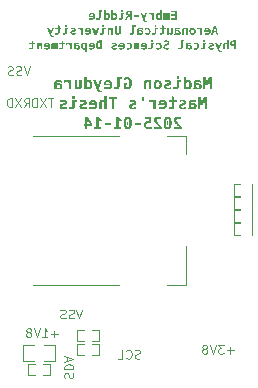
<source format=gbr>
%TF.GenerationSoftware,KiCad,Pcbnew,8.0.8+1*%
%TF.CreationDate,2025-01-22T08:35:02-05:00*%
%TF.ProjectId,cellularBoard,63656c6c-756c-4617-9242-6f6172642e6b,rev?*%
%TF.SameCoordinates,Original*%
%TF.FileFunction,Legend,Bot*%
%TF.FilePolarity,Positive*%
%FSLAX46Y46*%
G04 Gerber Fmt 4.6, Leading zero omitted, Abs format (unit mm)*
G04 Created by KiCad (PCBNEW 8.0.8+1) date 2025-01-22 08:35:02*
%MOMM*%
%LPD*%
G01*
G04 APERTURE LIST*
%ADD10C,0.187500*%
%ADD11C,0.200000*%
%ADD12C,0.120000*%
G04 APERTURE END LIST*
D10*
G36*
X143703576Y-83789212D02*
G01*
X143226753Y-83789212D01*
X143226753Y-83918172D01*
X143552267Y-83918172D01*
X143552267Y-84082303D01*
X143257527Y-84082303D01*
X143257527Y-84211263D01*
X143552267Y-84211263D01*
X143552267Y-84422289D01*
X143226753Y-84422289D01*
X143226753Y-84551250D01*
X143703576Y-84551250D01*
X143703576Y-83789212D01*
G37*
G36*
X143115928Y-83976790D02*
G01*
X143021772Y-83976790D01*
X143006751Y-84040904D01*
X142988705Y-84007488D01*
X142966085Y-83985217D01*
X142933028Y-83968924D01*
X142904352Y-83965067D01*
X142867792Y-83971064D01*
X142839139Y-83986316D01*
X142813972Y-84013261D01*
X142804335Y-84038706D01*
X142784975Y-84006489D01*
X142756763Y-83981247D01*
X142721740Y-83967656D01*
X142694609Y-83965067D01*
X142657400Y-83969066D01*
X142621407Y-83984816D01*
X142595848Y-84012514D01*
X142594042Y-84015625D01*
X142580405Y-84053154D01*
X142572884Y-84094485D01*
X142568587Y-84138367D01*
X142566520Y-84180898D01*
X142565859Y-84218825D01*
X142565832Y-84228849D01*
X142565832Y-84551250D01*
X142688930Y-84551250D01*
X142688930Y-84187999D01*
X142690077Y-84150234D01*
X142695339Y-84113805D01*
X142698639Y-84104102D01*
X142729776Y-84082495D01*
X142734542Y-84082303D01*
X142767391Y-84099755D01*
X142769347Y-84103552D01*
X142778086Y-84141722D01*
X142780113Y-84180500D01*
X142780155Y-84187999D01*
X142780155Y-84551250D01*
X142901788Y-84551250D01*
X142901788Y-84187999D01*
X142903000Y-84151143D01*
X142908560Y-84114419D01*
X142912046Y-84104102D01*
X142942732Y-84082495D01*
X142947400Y-84082303D01*
X142980856Y-84098852D01*
X142982754Y-84102453D01*
X142991049Y-84139528D01*
X142992922Y-84176166D01*
X142993012Y-84187999D01*
X142993012Y-84551250D01*
X143115928Y-84551250D01*
X143115928Y-83976790D01*
G37*
G36*
X142449511Y-84551250D02*
G01*
X142314689Y-84551250D01*
X142299851Y-84464971D01*
X142283563Y-84493204D01*
X142256042Y-84524691D01*
X142223016Y-84546799D01*
X142184485Y-84559528D01*
X142147077Y-84562973D01*
X142123510Y-84561731D01*
X142085435Y-84553579D01*
X142051392Y-84537819D01*
X142021381Y-84514450D01*
X141995402Y-84483472D01*
X141979571Y-84457090D01*
X141964115Y-84421525D01*
X141952523Y-84381695D01*
X141945815Y-84345248D01*
X141941790Y-84305839D01*
X141940448Y-84263470D01*
X141940513Y-84260906D01*
X142090657Y-84260906D01*
X142091355Y-84285900D01*
X142095373Y-84322468D01*
X142104164Y-84358571D01*
X142119234Y-84392431D01*
X142128563Y-84406521D01*
X142157088Y-84431979D01*
X142194705Y-84441340D01*
X142211902Y-84439640D01*
X142246869Y-84422450D01*
X142271092Y-84392980D01*
X142279377Y-84377032D01*
X142291734Y-84340467D01*
X142298054Y-84302236D01*
X142299851Y-84264020D01*
X142299597Y-84249223D01*
X142295781Y-84208215D01*
X142286171Y-84168598D01*
X142270908Y-84135243D01*
X142259359Y-84118746D01*
X142229564Y-84094711D01*
X142193239Y-84086700D01*
X142176032Y-84088342D01*
X142141490Y-84104946D01*
X142118135Y-84133411D01*
X142110219Y-84148792D01*
X142098412Y-84184598D01*
X142092375Y-84222575D01*
X142090657Y-84260906D01*
X141940513Y-84260906D01*
X141941309Y-84229350D01*
X141944809Y-84189396D01*
X141951002Y-84152438D01*
X141961986Y-84112045D01*
X141976847Y-84075966D01*
X141995586Y-84044201D01*
X142010014Y-84025654D01*
X142038363Y-83999147D01*
X142070657Y-83980214D01*
X142106895Y-83968853D01*
X142147077Y-83965067D01*
X142176744Y-83967334D01*
X142214672Y-83978127D01*
X142248391Y-83997808D01*
X142277904Y-84026378D01*
X142299851Y-84057940D01*
X142299851Y-83754041D01*
X142449511Y-83754041D01*
X142449511Y-84551250D01*
G37*
G36*
X141771188Y-83976790D02*
G01*
X141635999Y-83976790D01*
X141620978Y-84063435D01*
X141601220Y-84031450D01*
X141574919Y-84005287D01*
X141553750Y-83991079D01*
X141517489Y-83975228D01*
X141480402Y-83967124D01*
X141447322Y-83965067D01*
X141408735Y-83967714D01*
X141371974Y-83975657D01*
X141337037Y-83988895D01*
X141330268Y-83992178D01*
X141330268Y-84136708D01*
X141360715Y-84112534D01*
X141396001Y-84096272D01*
X141436127Y-84087921D01*
X141460511Y-84086700D01*
X141498854Y-84089633D01*
X141535452Y-84099638D01*
X141566207Y-84116741D01*
X141592242Y-84142871D01*
X141609621Y-84176470D01*
X141616399Y-84203020D01*
X141619696Y-84235260D01*
X141620917Y-84271973D01*
X141620978Y-84284536D01*
X141620978Y-84551250D01*
X141771188Y-84551250D01*
X141771188Y-83976790D01*
G37*
G36*
X141193065Y-84645039D02*
G01*
X141176578Y-84645039D01*
X141161191Y-84645039D01*
X141123672Y-84644169D01*
X141100741Y-84642291D01*
X141065827Y-84630541D01*
X141063005Y-84628552D01*
X141039604Y-84599821D01*
X141036627Y-84594114D01*
X141021414Y-84559466D01*
X141009516Y-84528169D01*
X141227869Y-83976790D01*
X141069966Y-83976790D01*
X140938625Y-84346086D01*
X140813145Y-83976790D01*
X140655242Y-83976790D01*
X140893562Y-84608219D01*
X140908358Y-84643001D01*
X140925819Y-84675539D01*
X140931297Y-84684423D01*
X140954664Y-84714337D01*
X140982860Y-84738132D01*
X140986985Y-84740843D01*
X141021490Y-84756227D01*
X141059868Y-84762087D01*
X141068867Y-84762275D01*
X141193065Y-84762275D01*
X141193065Y-84645039D01*
G37*
G36*
X140518222Y-84164369D02*
G01*
X140112840Y-84164369D01*
X140112840Y-84316776D01*
X140518222Y-84316776D01*
X140518222Y-84164369D01*
G37*
G36*
X139931856Y-84551250D02*
G01*
X139780547Y-84551250D01*
X139780547Y-84246434D01*
X139732370Y-84246434D01*
X139713334Y-84248967D01*
X139681079Y-84267867D01*
X139676863Y-84272088D01*
X139654646Y-84301455D01*
X139636932Y-84333812D01*
X139626308Y-84356527D01*
X139533984Y-84551250D01*
X139367838Y-84551250D01*
X139506324Y-84276293D01*
X139511036Y-84267080D01*
X139529221Y-84234894D01*
X139546807Y-84211447D01*
X139552880Y-84205850D01*
X139586191Y-84190381D01*
X139556870Y-84184762D01*
X139520978Y-84171330D01*
X139503461Y-84160658D01*
X139475549Y-84134877D01*
X139461317Y-84114677D01*
X139446606Y-84081021D01*
X139439174Y-84045054D01*
X139437643Y-84017640D01*
X139593518Y-84017640D01*
X139593860Y-84030846D01*
X139600662Y-84068565D01*
X139620080Y-84099522D01*
X139635685Y-84110582D01*
X139670566Y-84121814D01*
X139709289Y-84124801D01*
X139780547Y-84124801D01*
X139780547Y-83910845D01*
X139709289Y-83910845D01*
X139690738Y-83911449D01*
X139653184Y-83917824D01*
X139620080Y-83935574D01*
X139612428Y-83943953D01*
X139597254Y-83978966D01*
X139593518Y-84017640D01*
X139437643Y-84017640D01*
X139437081Y-84007565D01*
X139437843Y-83983904D01*
X139442699Y-83946239D01*
X139453018Y-83909562D01*
X139456118Y-83901739D01*
X139474460Y-83869061D01*
X139501195Y-83841052D01*
X139514015Y-83831788D01*
X139549616Y-83813715D01*
X139586466Y-83802172D01*
X139629163Y-83794274D01*
X139669211Y-83790477D01*
X139713319Y-83789212D01*
X139931856Y-83789212D01*
X139931856Y-84551250D01*
G37*
G36*
X139137212Y-83906448D02*
G01*
X139152599Y-83891061D01*
X139152599Y-83745981D01*
X139137212Y-83730594D01*
X139017777Y-83730594D01*
X139002390Y-83745981D01*
X139002390Y-83891061D01*
X139017777Y-83906448D01*
X139137212Y-83906448D01*
G37*
G36*
X138952014Y-84551250D02*
G01*
X138989957Y-84549330D01*
X139028900Y-84542240D01*
X139066386Y-84527740D01*
X139096385Y-84506417D01*
X139105704Y-84496661D01*
X139126221Y-84464959D01*
X139139364Y-84430139D01*
X139148019Y-84388709D01*
X139151866Y-84347937D01*
X139152599Y-84318059D01*
X139152599Y-84098423D01*
X139274049Y-84098423D01*
X139274049Y-83976790D01*
X139002390Y-83976790D01*
X139002390Y-84308716D01*
X139000314Y-84345746D01*
X138991412Y-84383081D01*
X138981140Y-84401773D01*
X138950407Y-84423499D01*
X138913141Y-84429589D01*
X138910066Y-84429617D01*
X138790081Y-84429617D01*
X138790081Y-84551250D01*
X138952014Y-84551250D01*
G37*
G36*
X138331210Y-84057940D02*
G01*
X138345684Y-84036173D01*
X138374114Y-84005064D01*
X138406487Y-83982843D01*
X138442806Y-83969511D01*
X138483068Y-83965067D01*
X138506644Y-83966306D01*
X138544776Y-83974439D01*
X138578928Y-83990163D01*
X138609100Y-84013478D01*
X138635293Y-84044385D01*
X138651230Y-84070674D01*
X138666789Y-84106188D01*
X138678458Y-84146031D01*
X138685211Y-84182538D01*
X138689263Y-84222051D01*
X138690614Y-84264569D01*
X138689758Y-84298444D01*
X138686281Y-84338171D01*
X138680130Y-84374990D01*
X138669218Y-84415337D01*
X138654456Y-84451498D01*
X138635842Y-84483472D01*
X138621448Y-84502105D01*
X138593104Y-84528735D01*
X138560745Y-84547756D01*
X138524372Y-84559169D01*
X138483984Y-84562973D01*
X138452530Y-84560581D01*
X138413213Y-84549192D01*
X138379400Y-84528423D01*
X138351093Y-84498276D01*
X138331210Y-84464971D01*
X138316372Y-84551250D01*
X138181550Y-84551250D01*
X138181550Y-84264020D01*
X138331210Y-84264020D01*
X138331463Y-84278818D01*
X138335255Y-84319850D01*
X138344804Y-84359528D01*
X138359970Y-84392980D01*
X138369418Y-84406912D01*
X138398294Y-84432084D01*
X138436357Y-84441340D01*
X138453361Y-84439621D01*
X138487977Y-84422235D01*
X138512011Y-84392431D01*
X138520191Y-84376323D01*
X138532391Y-84339172D01*
X138538630Y-84300107D01*
X138540404Y-84260906D01*
X138540164Y-84246027D01*
X138537179Y-84209311D01*
X138528650Y-84169469D01*
X138513110Y-84133411D01*
X138504027Y-84119954D01*
X138475765Y-84095640D01*
X138437822Y-84086700D01*
X138417451Y-84089022D01*
X138384642Y-84105662D01*
X138360153Y-84135243D01*
X138351815Y-84151138D01*
X138339379Y-84187624D01*
X138333019Y-84225815D01*
X138331210Y-84264020D01*
X138181550Y-84264020D01*
X138181550Y-83754041D01*
X138331210Y-83754041D01*
X138331210Y-84057940D01*
G37*
G36*
X137699598Y-84057940D02*
G01*
X137714072Y-84036173D01*
X137742502Y-84005064D01*
X137774875Y-83982843D01*
X137811194Y-83969511D01*
X137851456Y-83965067D01*
X137875032Y-83966306D01*
X137913164Y-83974439D01*
X137947316Y-83990163D01*
X137977488Y-84013478D01*
X138003681Y-84044385D01*
X138019618Y-84070674D01*
X138035177Y-84106188D01*
X138046846Y-84146031D01*
X138053599Y-84182538D01*
X138057651Y-84222051D01*
X138059002Y-84264569D01*
X138058146Y-84298444D01*
X138054669Y-84338171D01*
X138048518Y-84374990D01*
X138037606Y-84415337D01*
X138022844Y-84451498D01*
X138004230Y-84483472D01*
X137989836Y-84502105D01*
X137961492Y-84528735D01*
X137929133Y-84547756D01*
X137892760Y-84559169D01*
X137852372Y-84562973D01*
X137820918Y-84560581D01*
X137781601Y-84549192D01*
X137747788Y-84528423D01*
X137719481Y-84498276D01*
X137699598Y-84464971D01*
X137684760Y-84551250D01*
X137549938Y-84551250D01*
X137549938Y-84264020D01*
X137699598Y-84264020D01*
X137699851Y-84278818D01*
X137703643Y-84319850D01*
X137713192Y-84359528D01*
X137728358Y-84392980D01*
X137737806Y-84406912D01*
X137766682Y-84432084D01*
X137804745Y-84441340D01*
X137821749Y-84439621D01*
X137856365Y-84422235D01*
X137880399Y-84392431D01*
X137888579Y-84376323D01*
X137900779Y-84339172D01*
X137907018Y-84300107D01*
X137908792Y-84260906D01*
X137908552Y-84246027D01*
X137905567Y-84209311D01*
X137897038Y-84169469D01*
X137881498Y-84133411D01*
X137872415Y-84119954D01*
X137844153Y-84095640D01*
X137806210Y-84086700D01*
X137785839Y-84089022D01*
X137753030Y-84105662D01*
X137728541Y-84135243D01*
X137720203Y-84151138D01*
X137707767Y-84187624D01*
X137701407Y-84225815D01*
X137699598Y-84264020D01*
X137549938Y-84264020D01*
X137549938Y-83754041D01*
X137699598Y-83754041D01*
X137699598Y-84057940D01*
G37*
G36*
X137069635Y-84551250D02*
G01*
X137107515Y-84549311D01*
X137146401Y-84542150D01*
X137183845Y-84527504D01*
X137213824Y-84505965D01*
X137223141Y-84496112D01*
X137243658Y-84464089D01*
X137256801Y-84428913D01*
X137265457Y-84387057D01*
X137269303Y-84345865D01*
X137270036Y-84315677D01*
X137270036Y-83875674D01*
X137422260Y-83875674D01*
X137422260Y-83754041D01*
X137119827Y-83754041D01*
X137119827Y-84307434D01*
X137117752Y-84344868D01*
X137108849Y-84382568D01*
X137098578Y-84401407D01*
X137067935Y-84423418D01*
X137030589Y-84429589D01*
X137027503Y-84429617D01*
X136907519Y-84429617D01*
X136907519Y-84551250D01*
X137069635Y-84551250D01*
G37*
G36*
X136526192Y-83965214D02*
G01*
X136565469Y-83968052D01*
X136601696Y-83974501D01*
X136639363Y-83986293D01*
X136673046Y-84002802D01*
X136695643Y-84017953D01*
X136725411Y-84044689D01*
X136750222Y-84076235D01*
X136768117Y-84108315D01*
X136771955Y-84116878D01*
X136784829Y-84152948D01*
X136793742Y-84191926D01*
X136798291Y-84228417D01*
X136799808Y-84267134D01*
X136798603Y-84302024D01*
X136793707Y-84342659D01*
X136785046Y-84379984D01*
X136769683Y-84420406D01*
X136748897Y-84456062D01*
X136722688Y-84486953D01*
X136696853Y-84508853D01*
X136661270Y-84530234D01*
X136620689Y-84546269D01*
X136583054Y-84555549D01*
X136541949Y-84561117D01*
X136497374Y-84562973D01*
X136483567Y-84562803D01*
X136442431Y-84560248D01*
X136401719Y-84554628D01*
X136361433Y-84545943D01*
X136321571Y-84534192D01*
X136282135Y-84519376D01*
X136282135Y-84384187D01*
X136295248Y-84391108D01*
X136334502Y-84409192D01*
X136373627Y-84423257D01*
X136412624Y-84433303D01*
X136451491Y-84439331D01*
X136490230Y-84441340D01*
X136518252Y-84440245D01*
X136558831Y-84433555D01*
X136597420Y-84417498D01*
X136624983Y-84392682D01*
X136641521Y-84359109D01*
X136647034Y-84316776D01*
X136257955Y-84316776D01*
X136257955Y-84255410D01*
X136257986Y-84250016D01*
X136259924Y-84213427D01*
X136262011Y-84199540D01*
X136409263Y-84199540D01*
X136645568Y-84199540D01*
X136643172Y-84183204D01*
X136631123Y-84146423D01*
X136608749Y-84116009D01*
X136596158Y-84106048D01*
X136560220Y-84090821D01*
X136522103Y-84086700D01*
X136508897Y-84087146D01*
X136471432Y-84094765D01*
X136438572Y-84115276D01*
X136428612Y-84126945D01*
X136413385Y-84161587D01*
X136409263Y-84199540D01*
X136262011Y-84199540D01*
X136265832Y-84174123D01*
X136275678Y-84137498D01*
X136289462Y-84103552D01*
X136299943Y-84083871D01*
X136322010Y-84051961D01*
X136348192Y-84024572D01*
X136378489Y-84001703D01*
X136400737Y-83989252D01*
X136436910Y-83975406D01*
X136476445Y-83967356D01*
X136514410Y-83965067D01*
X136526192Y-83965214D01*
G37*
G36*
X147246685Y-85811250D02*
G01*
X147095376Y-85811250D01*
X147049214Y-85623671D01*
X146846798Y-85623671D01*
X146799537Y-85811250D01*
X146648229Y-85811250D01*
X146732073Y-85502038D01*
X146875924Y-85502038D01*
X147018989Y-85502038D01*
X146947731Y-85189713D01*
X146875924Y-85502038D01*
X146732073Y-85502038D01*
X146854858Y-85049212D01*
X147040055Y-85049212D01*
X147246685Y-85811250D01*
G37*
G36*
X146316178Y-85225214D02*
G01*
X146355455Y-85228052D01*
X146391682Y-85234501D01*
X146429349Y-85246293D01*
X146463032Y-85262802D01*
X146485630Y-85277953D01*
X146515397Y-85304689D01*
X146540208Y-85336235D01*
X146558103Y-85368315D01*
X146561941Y-85376878D01*
X146574815Y-85412948D01*
X146583728Y-85451926D01*
X146588277Y-85488417D01*
X146589794Y-85527134D01*
X146588589Y-85562024D01*
X146583693Y-85602659D01*
X146575032Y-85639984D01*
X146559669Y-85680406D01*
X146538883Y-85716062D01*
X146512674Y-85746953D01*
X146486839Y-85768853D01*
X146451256Y-85790234D01*
X146410675Y-85806269D01*
X146373040Y-85815549D01*
X146331935Y-85821117D01*
X146287360Y-85822973D01*
X146273553Y-85822803D01*
X146232417Y-85820248D01*
X146191705Y-85814628D01*
X146151419Y-85805943D01*
X146111557Y-85794192D01*
X146072121Y-85779376D01*
X146072121Y-85644187D01*
X146085234Y-85651108D01*
X146124488Y-85669192D01*
X146163613Y-85683257D01*
X146202610Y-85693303D01*
X146241477Y-85699331D01*
X146280216Y-85701340D01*
X146308238Y-85700245D01*
X146348818Y-85693555D01*
X146387406Y-85677498D01*
X146414969Y-85652682D01*
X146431507Y-85619109D01*
X146437020Y-85576776D01*
X146047941Y-85576776D01*
X146047941Y-85515410D01*
X146047972Y-85510016D01*
X146049910Y-85473427D01*
X146051997Y-85459540D01*
X146199249Y-85459540D01*
X146435554Y-85459540D01*
X146433158Y-85443204D01*
X146421109Y-85406423D01*
X146398735Y-85376009D01*
X146386144Y-85366048D01*
X146350206Y-85350821D01*
X146312089Y-85346700D01*
X146298883Y-85347146D01*
X146261419Y-85354765D01*
X146228558Y-85375276D01*
X146218598Y-85386945D01*
X146203371Y-85421587D01*
X146199249Y-85459540D01*
X146051997Y-85459540D01*
X146055818Y-85434123D01*
X146065664Y-85397498D01*
X146079448Y-85363552D01*
X146089929Y-85343871D01*
X146111996Y-85311961D01*
X146138178Y-85284572D01*
X146168475Y-85261703D01*
X146190723Y-85249252D01*
X146226896Y-85235406D01*
X146266431Y-85227356D01*
X146304396Y-85225067D01*
X146316178Y-85225214D01*
G37*
G36*
X145876666Y-85236790D02*
G01*
X145741477Y-85236790D01*
X145726456Y-85323435D01*
X145706698Y-85291450D01*
X145680397Y-85265287D01*
X145659228Y-85251079D01*
X145622967Y-85235228D01*
X145585880Y-85227124D01*
X145552800Y-85225067D01*
X145514213Y-85227714D01*
X145477452Y-85235657D01*
X145442515Y-85248895D01*
X145435746Y-85252178D01*
X145435746Y-85396708D01*
X145466193Y-85372534D01*
X145501479Y-85356272D01*
X145541605Y-85347921D01*
X145565989Y-85346700D01*
X145604332Y-85349633D01*
X145640930Y-85359638D01*
X145671685Y-85376741D01*
X145697720Y-85402871D01*
X145715099Y-85436470D01*
X145721877Y-85463020D01*
X145725174Y-85495260D01*
X145726395Y-85531973D01*
X145726456Y-85544536D01*
X145726456Y-85811250D01*
X145876666Y-85811250D01*
X145876666Y-85236790D01*
G37*
G36*
X145080526Y-85226355D02*
G01*
X145118342Y-85232079D01*
X145157545Y-85243993D01*
X145193213Y-85261703D01*
X145211318Y-85273894D01*
X145240527Y-85299580D01*
X145265389Y-85330077D01*
X145285903Y-85365384D01*
X145289852Y-85373863D01*
X145303098Y-85409738D01*
X145312269Y-85448750D01*
X145316949Y-85485459D01*
X145318510Y-85524569D01*
X145318478Y-85530258D01*
X145316495Y-85568739D01*
X145310450Y-85609841D01*
X145300375Y-85647874D01*
X145286270Y-85682839D01*
X145275471Y-85702995D01*
X145252675Y-85735557D01*
X145225561Y-85763338D01*
X145194129Y-85786337D01*
X145166959Y-85800612D01*
X145128962Y-85813814D01*
X145092291Y-85820683D01*
X145052895Y-85822973D01*
X145022919Y-85821685D01*
X144985436Y-85815961D01*
X144946661Y-85804047D01*
X144911479Y-85786337D01*
X144893532Y-85774132D01*
X144864541Y-85748354D01*
X144839809Y-85717679D01*
X144819338Y-85682106D01*
X144815390Y-85673557D01*
X144802143Y-85637373D01*
X144792973Y-85598006D01*
X144788292Y-85560949D01*
X144786833Y-85524020D01*
X144936941Y-85524020D01*
X144937428Y-85543875D01*
X144942081Y-85584719D01*
X144951660Y-85620260D01*
X144968082Y-85653530D01*
X144982696Y-85672159D01*
X145015509Y-85694617D01*
X145052346Y-85701340D01*
X145074615Y-85699044D01*
X145110392Y-85682593D01*
X145136976Y-85653346D01*
X145146000Y-85637486D01*
X145159460Y-85600936D01*
X145166342Y-85562534D01*
X145168300Y-85524020D01*
X145167811Y-85504168D01*
X145163131Y-85463351D01*
X145153495Y-85427866D01*
X145136976Y-85394693D01*
X145119940Y-85373696D01*
X145089234Y-85353449D01*
X145052346Y-85346700D01*
X145030094Y-85348979D01*
X144994443Y-85365304D01*
X144968082Y-85394327D01*
X144959111Y-85410051D01*
X144945730Y-85446545D01*
X144938888Y-85485140D01*
X144936941Y-85524020D01*
X144786833Y-85524020D01*
X144786732Y-85521455D01*
X144786763Y-85515733D01*
X144788724Y-85477079D01*
X144794700Y-85435909D01*
X144804661Y-85397945D01*
X144818606Y-85363186D01*
X144829184Y-85343158D01*
X144851629Y-85310893D01*
X144878450Y-85283497D01*
X144909647Y-85260970D01*
X144936602Y-85246981D01*
X144974402Y-85234043D01*
X145010970Y-85227311D01*
X145050331Y-85225067D01*
X145080526Y-85226355D01*
G37*
G36*
X144648979Y-85236790D02*
G01*
X144514523Y-85236790D01*
X144499685Y-85324535D01*
X144482781Y-85289228D01*
X144458560Y-85261298D01*
X144444914Y-85250895D01*
X144410847Y-85234172D01*
X144374409Y-85226303D01*
X144350942Y-85225067D01*
X144313401Y-85228490D01*
X144276887Y-85240525D01*
X144246431Y-85261224D01*
X144229492Y-85279838D01*
X144209391Y-85314558D01*
X144197046Y-85352159D01*
X144190508Y-85390263D01*
X144187950Y-85433223D01*
X144187909Y-85439756D01*
X144187909Y-85811250D01*
X144337203Y-85811250D01*
X144337203Y-85462654D01*
X144339238Y-85425052D01*
X144347713Y-85388276D01*
X144354422Y-85374543D01*
X144383087Y-85350615D01*
X144407362Y-85346700D01*
X144444008Y-85354790D01*
X144472202Y-85379061D01*
X144475322Y-85383519D01*
X144491096Y-85417819D01*
X144498520Y-85457262D01*
X144499685Y-85483720D01*
X144499685Y-85811250D01*
X144648979Y-85811250D01*
X144648979Y-85236790D01*
G37*
G36*
X143821191Y-85226051D02*
G01*
X143857790Y-85229406D01*
X143894085Y-85235142D01*
X143926919Y-85242673D01*
X143963242Y-85253809D01*
X143999781Y-85267931D01*
X143999781Y-85396892D01*
X143971829Y-85383187D01*
X143937585Y-85368956D01*
X143900130Y-85356591D01*
X143871667Y-85349685D01*
X143832679Y-85343992D01*
X143795900Y-85342303D01*
X143780721Y-85342723D01*
X143743510Y-85347616D01*
X143734414Y-85349943D01*
X143702294Y-85367766D01*
X143695241Y-85376112D01*
X143686174Y-85412279D01*
X143686174Y-85436092D01*
X143790221Y-85436092D01*
X143816050Y-85436585D01*
X143853762Y-85439169D01*
X143890238Y-85443969D01*
X143904881Y-85446696D01*
X143940689Y-85456798D01*
X143975601Y-85472546D01*
X143982504Y-85476575D01*
X144012863Y-85501165D01*
X144034952Y-85530798D01*
X144045490Y-85553674D01*
X144054175Y-85589631D01*
X144056751Y-85628067D01*
X144056697Y-85633921D01*
X144053305Y-85672489D01*
X144042967Y-85711415D01*
X144025736Y-85744846D01*
X144001613Y-85772781D01*
X143998134Y-85775869D01*
X143967903Y-85797044D01*
X143933413Y-85811945D01*
X143894665Y-85820571D01*
X143857266Y-85822973D01*
X143831116Y-85821782D01*
X143793782Y-85815531D01*
X143758714Y-85803922D01*
X143739566Y-85794499D01*
X143707866Y-85771651D01*
X143683059Y-85744388D01*
X143676099Y-85779193D01*
X143661994Y-85811250D01*
X143513250Y-85811250D01*
X143517496Y-85804846D01*
X143530835Y-85770400D01*
X143533055Y-85759705D01*
X143537979Y-85722223D01*
X143538069Y-85720743D01*
X143539445Y-85683572D01*
X143539436Y-85679241D01*
X143538895Y-85642356D01*
X143538629Y-85628302D01*
X143538346Y-85590149D01*
X143538225Y-85564847D01*
X143538007Y-85551680D01*
X143686174Y-85551680D01*
X143686184Y-85554107D01*
X143689276Y-85592787D01*
X143697165Y-85628800D01*
X143710849Y-85661835D01*
X143734534Y-85692364D01*
X143737913Y-85695403D01*
X143770817Y-85712657D01*
X143808173Y-85717460D01*
X143841337Y-85713183D01*
X143873569Y-85695112D01*
X143891017Y-85667955D01*
X143896833Y-85631548D01*
X143893587Y-85602688D01*
X143873752Y-85569815D01*
X143853094Y-85556932D01*
X143816050Y-85546368D01*
X143783431Y-85542950D01*
X143746074Y-85541605D01*
X143686174Y-85541605D01*
X143686174Y-85551680D01*
X143538007Y-85551680D01*
X143537613Y-85527867D01*
X143537327Y-85514777D01*
X143536880Y-85476759D01*
X143537453Y-85450390D01*
X143540750Y-85411381D01*
X143547963Y-85372176D01*
X143560327Y-85334426D01*
X143580066Y-85299561D01*
X143607294Y-85271536D01*
X143638546Y-85251994D01*
X143668405Y-85240214D01*
X143707908Y-85230983D01*
X143748277Y-85226355D01*
X143787656Y-85225067D01*
X143821191Y-85226051D01*
G37*
G36*
X143227852Y-85822973D02*
G01*
X143265427Y-85819550D01*
X143302061Y-85807515D01*
X143332725Y-85786815D01*
X143349851Y-85768202D01*
X143370129Y-85733363D01*
X143382583Y-85695802D01*
X143389178Y-85657846D01*
X143391759Y-85615139D01*
X143391800Y-85608650D01*
X143391800Y-85236790D01*
X143241591Y-85236790D01*
X143241591Y-85586302D01*
X143239105Y-85625397D01*
X143228057Y-85664941D01*
X143201817Y-85694150D01*
X143170882Y-85701340D01*
X143134751Y-85693491D01*
X143105528Y-85667817D01*
X143104021Y-85665620D01*
X143088484Y-85631762D01*
X143081172Y-85592190D01*
X143080024Y-85565419D01*
X143080024Y-85236790D01*
X142929815Y-85236790D01*
X142929815Y-85811250D01*
X143065186Y-85811250D01*
X143080024Y-85724971D01*
X143095714Y-85758276D01*
X143121035Y-85788423D01*
X143153912Y-85809192D01*
X143194345Y-85820581D01*
X143227852Y-85822973D01*
G37*
G36*
X142418187Y-85811250D02*
G01*
X142458212Y-85810185D01*
X142497767Y-85806442D01*
X142534918Y-85799121D01*
X142550811Y-85794214D01*
X142585180Y-85776172D01*
X142611847Y-85747681D01*
X142618771Y-85735229D01*
X142630939Y-85699500D01*
X142636788Y-85662996D01*
X142638719Y-85624911D01*
X142638738Y-85620374D01*
X142638738Y-85358423D01*
X142785284Y-85358423D01*
X142785284Y-85236790D01*
X142638738Y-85236790D01*
X142638738Y-85080536D01*
X142488529Y-85014041D01*
X142488529Y-85236790D01*
X142292158Y-85236790D01*
X142292158Y-85358423D01*
X142488529Y-85358423D01*
X142488529Y-85620740D01*
X142481748Y-85656925D01*
X142469295Y-85673497D01*
X142434031Y-85687712D01*
X142407562Y-85689617D01*
X142292158Y-85689617D01*
X142292158Y-85811250D01*
X142418187Y-85811250D01*
G37*
G36*
X141979466Y-85166448D02*
G01*
X141994853Y-85151061D01*
X141994853Y-85005981D01*
X141979466Y-84990594D01*
X141860031Y-84990594D01*
X141844644Y-85005981D01*
X141844644Y-85151061D01*
X141860031Y-85166448D01*
X141979466Y-85166448D01*
G37*
G36*
X141794268Y-85811250D02*
G01*
X141832211Y-85809330D01*
X141871154Y-85802240D01*
X141908640Y-85787740D01*
X141938639Y-85766417D01*
X141947958Y-85756661D01*
X141968475Y-85724959D01*
X141981618Y-85690139D01*
X141990273Y-85648709D01*
X141994120Y-85607937D01*
X141994853Y-85578059D01*
X141994853Y-85358423D01*
X142116303Y-85358423D01*
X142116303Y-85236790D01*
X141844644Y-85236790D01*
X141844644Y-85568716D01*
X141842568Y-85605746D01*
X141833666Y-85643081D01*
X141823394Y-85661773D01*
X141792661Y-85683499D01*
X141755395Y-85689589D01*
X141752320Y-85689617D01*
X141632335Y-85689617D01*
X141632335Y-85811250D01*
X141794268Y-85811250D01*
G37*
G36*
X141215596Y-85822973D02*
G01*
X141256706Y-85821055D01*
X141294855Y-85815299D01*
X141336725Y-85803327D01*
X141374333Y-85785829D01*
X141407677Y-85762806D01*
X141427538Y-85744388D01*
X141453248Y-85712680D01*
X141473640Y-85676631D01*
X141488711Y-85636241D01*
X141497208Y-85599268D01*
X141502010Y-85559280D01*
X141503192Y-85525119D01*
X141501358Y-85482495D01*
X141495858Y-85442895D01*
X141486690Y-85406317D01*
X141470847Y-85366415D01*
X141449724Y-85330866D01*
X141428087Y-85304568D01*
X141397895Y-85277550D01*
X141363644Y-85256122D01*
X141325337Y-85240284D01*
X141282973Y-85230035D01*
X141244570Y-85225765D01*
X141220176Y-85225067D01*
X141180624Y-85227188D01*
X141141792Y-85233552D01*
X141103678Y-85244158D01*
X141066283Y-85259007D01*
X141045237Y-85269397D01*
X141045237Y-85407516D01*
X141075215Y-85383819D01*
X141111451Y-85363864D01*
X141149793Y-85351510D01*
X141190242Y-85346759D01*
X141195446Y-85346700D01*
X141235102Y-85350366D01*
X141272604Y-85363038D01*
X141303201Y-85384762D01*
X141311034Y-85393045D01*
X141332093Y-85425724D01*
X141344377Y-85461682D01*
X141349993Y-85498851D01*
X141350968Y-85524569D01*
X141348483Y-85564549D01*
X141339749Y-85603723D01*
X141322669Y-85640045D01*
X141311217Y-85655362D01*
X141283046Y-85679608D01*
X141248220Y-85694874D01*
X141211187Y-85700936D01*
X141197644Y-85701340D01*
X141160361Y-85698579D01*
X141120456Y-85688661D01*
X141083436Y-85671531D01*
X141049301Y-85647188D01*
X141045237Y-85643638D01*
X141045237Y-85779742D01*
X141079498Y-85796587D01*
X141115441Y-85809295D01*
X141153068Y-85817865D01*
X141192378Y-85822298D01*
X141215596Y-85822973D01*
G37*
G36*
X140663131Y-85226051D02*
G01*
X140699730Y-85229406D01*
X140736025Y-85235142D01*
X140768859Y-85242673D01*
X140805182Y-85253809D01*
X140841721Y-85267931D01*
X140841721Y-85396892D01*
X140813769Y-85383187D01*
X140779525Y-85368956D01*
X140742070Y-85356591D01*
X140713607Y-85349685D01*
X140674619Y-85343992D01*
X140637840Y-85342303D01*
X140622661Y-85342723D01*
X140585450Y-85347616D01*
X140576354Y-85349943D01*
X140544234Y-85367766D01*
X140537181Y-85376112D01*
X140528114Y-85412279D01*
X140528114Y-85436092D01*
X140632161Y-85436092D01*
X140657990Y-85436585D01*
X140695702Y-85439169D01*
X140732178Y-85443969D01*
X140746821Y-85446696D01*
X140782629Y-85456798D01*
X140817541Y-85472546D01*
X140824444Y-85476575D01*
X140854803Y-85501165D01*
X140876892Y-85530798D01*
X140887430Y-85553674D01*
X140896115Y-85589631D01*
X140898691Y-85628067D01*
X140898637Y-85633921D01*
X140895245Y-85672489D01*
X140884907Y-85711415D01*
X140867676Y-85744846D01*
X140843553Y-85772781D01*
X140840074Y-85775869D01*
X140809843Y-85797044D01*
X140775353Y-85811945D01*
X140736605Y-85820571D01*
X140699206Y-85822973D01*
X140673056Y-85821782D01*
X140635722Y-85815531D01*
X140600654Y-85803922D01*
X140581506Y-85794499D01*
X140549806Y-85771651D01*
X140524999Y-85744388D01*
X140518039Y-85779193D01*
X140503934Y-85811250D01*
X140355190Y-85811250D01*
X140359436Y-85804846D01*
X140372775Y-85770400D01*
X140374995Y-85759705D01*
X140379919Y-85722223D01*
X140380009Y-85720743D01*
X140381385Y-85683572D01*
X140381376Y-85679241D01*
X140380835Y-85642356D01*
X140380569Y-85628302D01*
X140380286Y-85590149D01*
X140380165Y-85564847D01*
X140379947Y-85551680D01*
X140528114Y-85551680D01*
X140528124Y-85554107D01*
X140531215Y-85592787D01*
X140539104Y-85628800D01*
X140552789Y-85661835D01*
X140576474Y-85692364D01*
X140579852Y-85695403D01*
X140612757Y-85712657D01*
X140650113Y-85717460D01*
X140683277Y-85713183D01*
X140715509Y-85695112D01*
X140732957Y-85667955D01*
X140738773Y-85631548D01*
X140735527Y-85602688D01*
X140715692Y-85569815D01*
X140695034Y-85556932D01*
X140657990Y-85546368D01*
X140625371Y-85542950D01*
X140588014Y-85541605D01*
X140528114Y-85541605D01*
X140528114Y-85551680D01*
X140379947Y-85551680D01*
X140379553Y-85527867D01*
X140379267Y-85514777D01*
X140378820Y-85476759D01*
X140379393Y-85450390D01*
X140382690Y-85411381D01*
X140389903Y-85372176D01*
X140402267Y-85334426D01*
X140422006Y-85299561D01*
X140449234Y-85271536D01*
X140480486Y-85251994D01*
X140510345Y-85240214D01*
X140549848Y-85230983D01*
X140590217Y-85226355D01*
X140629596Y-85225067D01*
X140663131Y-85226051D01*
G37*
G36*
X139911889Y-85811250D02*
G01*
X139949769Y-85809311D01*
X139988655Y-85802150D01*
X140026099Y-85787504D01*
X140056078Y-85765965D01*
X140065395Y-85756112D01*
X140085912Y-85724089D01*
X140099055Y-85688913D01*
X140107711Y-85647057D01*
X140111557Y-85605865D01*
X140112290Y-85575677D01*
X140112290Y-85135674D01*
X140264514Y-85135674D01*
X140264514Y-85014041D01*
X139962081Y-85014041D01*
X139962081Y-85567434D01*
X139960006Y-85604868D01*
X139951103Y-85642568D01*
X139940832Y-85661407D01*
X139910189Y-85683418D01*
X139872843Y-85689589D01*
X139869757Y-85689617D01*
X139749773Y-85689617D01*
X139749773Y-85811250D01*
X139911889Y-85811250D01*
G37*
G36*
X138736775Y-85822973D02*
G01*
X138777567Y-85821260D01*
X138814764Y-85816122D01*
X138854653Y-85805433D01*
X138889365Y-85789812D01*
X138923317Y-85765353D01*
X138935711Y-85752814D01*
X138960051Y-85717703D01*
X138976155Y-85681343D01*
X138987867Y-85639200D01*
X138994272Y-85599663D01*
X138997627Y-85556110D01*
X138998176Y-85528050D01*
X138998176Y-85049212D01*
X138847051Y-85049212D01*
X138847051Y-85561755D01*
X138842930Y-85600954D01*
X138829162Y-85635453D01*
X138817742Y-85650599D01*
X138787909Y-85672262D01*
X138752421Y-85681516D01*
X138736775Y-85682289D01*
X138698404Y-85677059D01*
X138665465Y-85659728D01*
X138655809Y-85650599D01*
X138635773Y-85617906D01*
X138627215Y-85578946D01*
X138626500Y-85561755D01*
X138626500Y-85049212D01*
X138475375Y-85049212D01*
X138475375Y-85528050D01*
X138476342Y-85565622D01*
X138480272Y-85608780D01*
X138487226Y-85647707D01*
X138499560Y-85688835D01*
X138516249Y-85723871D01*
X138537290Y-85752814D01*
X138568061Y-85780152D01*
X138600171Y-85798239D01*
X138637574Y-85811394D01*
X138680271Y-85819616D01*
X138719896Y-85822699D01*
X138736775Y-85822973D01*
G37*
G36*
X138332859Y-85236790D02*
G01*
X138198403Y-85236790D01*
X138183565Y-85324535D01*
X138166661Y-85289228D01*
X138142440Y-85261298D01*
X138128794Y-85250895D01*
X138094727Y-85234172D01*
X138058289Y-85226303D01*
X138034822Y-85225067D01*
X137997281Y-85228490D01*
X137960767Y-85240525D01*
X137930311Y-85261224D01*
X137913372Y-85279838D01*
X137893271Y-85314558D01*
X137880926Y-85352159D01*
X137874388Y-85390263D01*
X137871830Y-85433223D01*
X137871789Y-85439756D01*
X137871789Y-85811250D01*
X138021083Y-85811250D01*
X138021083Y-85462654D01*
X138023118Y-85425052D01*
X138031593Y-85388276D01*
X138038302Y-85374543D01*
X138066967Y-85350615D01*
X138091242Y-85346700D01*
X138127888Y-85354790D01*
X138156082Y-85379061D01*
X138159202Y-85383519D01*
X138174976Y-85417819D01*
X138182400Y-85457262D01*
X138183565Y-85483720D01*
X138183565Y-85811250D01*
X138332859Y-85811250D01*
X138332859Y-85236790D01*
G37*
G36*
X137558182Y-85166448D02*
G01*
X137573569Y-85151061D01*
X137573569Y-85005981D01*
X137558182Y-84990594D01*
X137438747Y-84990594D01*
X137423360Y-85005981D01*
X137423360Y-85151061D01*
X137438747Y-85166448D01*
X137558182Y-85166448D01*
G37*
G36*
X137372984Y-85811250D02*
G01*
X137410927Y-85809330D01*
X137449870Y-85802240D01*
X137487356Y-85787740D01*
X137517355Y-85766417D01*
X137526674Y-85756661D01*
X137547191Y-85724959D01*
X137560334Y-85690139D01*
X137568989Y-85648709D01*
X137572836Y-85607937D01*
X137573569Y-85578059D01*
X137573569Y-85358423D01*
X137695019Y-85358423D01*
X137695019Y-85236790D01*
X137423360Y-85236790D01*
X137423360Y-85568716D01*
X137421284Y-85605746D01*
X137412382Y-85643081D01*
X137402110Y-85661773D01*
X137371377Y-85683499D01*
X137334111Y-85689589D01*
X137331036Y-85689617D01*
X137211051Y-85689617D01*
X137211051Y-85811250D01*
X137372984Y-85811250D01*
G37*
G36*
X137116713Y-85236790D02*
G01*
X136964488Y-85236790D01*
X136841939Y-85685403D01*
X136718841Y-85236790D01*
X136566617Y-85236790D01*
X136749066Y-85811250D01*
X136934263Y-85811250D01*
X137116713Y-85236790D01*
G37*
G36*
X136210386Y-85225214D02*
G01*
X136249663Y-85228052D01*
X136285890Y-85234501D01*
X136323557Y-85246293D01*
X136357240Y-85262802D01*
X136379837Y-85277953D01*
X136409605Y-85304689D01*
X136434416Y-85336235D01*
X136452311Y-85368315D01*
X136456149Y-85376878D01*
X136469023Y-85412948D01*
X136477936Y-85451926D01*
X136482485Y-85488417D01*
X136484002Y-85527134D01*
X136482797Y-85562024D01*
X136477901Y-85602659D01*
X136469240Y-85639984D01*
X136453877Y-85680406D01*
X136433091Y-85716062D01*
X136406882Y-85746953D01*
X136381047Y-85768853D01*
X136345464Y-85790234D01*
X136304883Y-85806269D01*
X136267248Y-85815549D01*
X136226143Y-85821117D01*
X136181568Y-85822973D01*
X136167761Y-85822803D01*
X136126625Y-85820248D01*
X136085913Y-85814628D01*
X136045627Y-85805943D01*
X136005765Y-85794192D01*
X135966329Y-85779376D01*
X135966329Y-85644187D01*
X135979442Y-85651108D01*
X136018696Y-85669192D01*
X136057821Y-85683257D01*
X136096817Y-85693303D01*
X136135685Y-85699331D01*
X136174424Y-85701340D01*
X136202446Y-85700245D01*
X136243025Y-85693555D01*
X136281614Y-85677498D01*
X136309177Y-85652682D01*
X136325715Y-85619109D01*
X136331228Y-85576776D01*
X135942149Y-85576776D01*
X135942149Y-85515410D01*
X135942180Y-85510016D01*
X135944118Y-85473427D01*
X135946205Y-85459540D01*
X136093457Y-85459540D01*
X136329762Y-85459540D01*
X136327366Y-85443204D01*
X136315317Y-85406423D01*
X136292943Y-85376009D01*
X136280352Y-85366048D01*
X136244414Y-85350821D01*
X136206297Y-85346700D01*
X136193091Y-85347146D01*
X136155626Y-85354765D01*
X136122766Y-85375276D01*
X136112806Y-85386945D01*
X136097579Y-85421587D01*
X136093457Y-85459540D01*
X135946205Y-85459540D01*
X135950026Y-85434123D01*
X135959872Y-85397498D01*
X135973656Y-85363552D01*
X135984137Y-85343871D01*
X136006204Y-85311961D01*
X136032386Y-85284572D01*
X136062683Y-85261703D01*
X136084931Y-85249252D01*
X136121104Y-85235406D01*
X136160639Y-85227356D01*
X136198604Y-85225067D01*
X136210386Y-85225214D01*
G37*
G36*
X135770874Y-85236790D02*
G01*
X135635685Y-85236790D01*
X135620664Y-85323435D01*
X135600906Y-85291450D01*
X135574605Y-85265287D01*
X135553436Y-85251079D01*
X135517175Y-85235228D01*
X135480088Y-85227124D01*
X135447007Y-85225067D01*
X135408421Y-85227714D01*
X135371660Y-85235657D01*
X135336723Y-85248895D01*
X135329954Y-85252178D01*
X135329954Y-85396708D01*
X135360401Y-85372534D01*
X135395687Y-85356272D01*
X135435813Y-85347921D01*
X135460197Y-85346700D01*
X135498540Y-85349633D01*
X135535138Y-85359638D01*
X135565893Y-85376741D01*
X135591927Y-85402871D01*
X135609307Y-85436470D01*
X135616085Y-85463020D01*
X135619382Y-85495260D01*
X135620603Y-85531973D01*
X135620664Y-85544536D01*
X135620664Y-85811250D01*
X135770874Y-85811250D01*
X135770874Y-85236790D01*
G37*
G36*
X134950767Y-85822973D02*
G01*
X134987784Y-85821756D01*
X135026295Y-85818105D01*
X135066301Y-85812019D01*
X135107800Y-85803499D01*
X135143524Y-85794539D01*
X135165457Y-85788352D01*
X135165457Y-85659758D01*
X135127587Y-85679368D01*
X135089679Y-85694920D01*
X135051733Y-85706416D01*
X135013747Y-85713854D01*
X134975724Y-85717235D01*
X134963040Y-85717460D01*
X134921856Y-85714471D01*
X134883768Y-85701844D01*
X134859925Y-85672990D01*
X134857344Y-85654995D01*
X134871461Y-85619755D01*
X134882440Y-85610665D01*
X134916420Y-85594820D01*
X134953566Y-85584258D01*
X134968169Y-85580990D01*
X135009569Y-85571647D01*
X135048294Y-85560991D01*
X135089441Y-85543461D01*
X135122519Y-85521253D01*
X135147529Y-85494367D01*
X135166892Y-85455929D01*
X135174153Y-85418751D01*
X135174799Y-85402570D01*
X135170975Y-85362270D01*
X135159503Y-85326916D01*
X135137456Y-85293054D01*
X135113616Y-85271045D01*
X135079487Y-85250930D01*
X135043970Y-85238043D01*
X135003176Y-85229557D01*
X134964011Y-85225785D01*
X134935746Y-85225067D01*
X134898958Y-85226336D01*
X134859949Y-85230544D01*
X134846170Y-85232760D01*
X134809787Y-85240463D01*
X134772376Y-85251067D01*
X134754762Y-85256940D01*
X134754762Y-85387916D01*
X134788104Y-85367393D01*
X134822888Y-85350626D01*
X134841041Y-85343952D01*
X134877416Y-85334811D01*
X134915052Y-85330789D01*
X134926038Y-85330580D01*
X134963811Y-85333028D01*
X134999595Y-85342766D01*
X135004989Y-85345417D01*
X135030462Y-85372046D01*
X135032650Y-85385351D01*
X135015478Y-85418448D01*
X135006638Y-85424918D01*
X134972612Y-85440718D01*
X134936814Y-85451425D01*
X134922923Y-85454777D01*
X134874197Y-85466501D01*
X134835763Y-85477755D01*
X134799176Y-85493892D01*
X134766783Y-85516139D01*
X134753846Y-85528966D01*
X134732258Y-85561725D01*
X134720408Y-85597217D01*
X134716076Y-85633809D01*
X134715928Y-85642539D01*
X134719597Y-85684828D01*
X134730605Y-85721479D01*
X134754685Y-85759363D01*
X134790232Y-85788437D01*
X134826926Y-85805353D01*
X134870958Y-85816630D01*
X134908799Y-85821387D01*
X134950767Y-85822973D01*
G37*
G36*
X134400122Y-85166448D02*
G01*
X134415509Y-85151061D01*
X134415509Y-85005981D01*
X134400122Y-84990594D01*
X134280687Y-84990594D01*
X134265300Y-85005981D01*
X134265300Y-85151061D01*
X134280687Y-85166448D01*
X134400122Y-85166448D01*
G37*
G36*
X134214924Y-85811250D02*
G01*
X134252867Y-85809330D01*
X134291810Y-85802240D01*
X134329296Y-85787740D01*
X134359295Y-85766417D01*
X134368614Y-85756661D01*
X134389131Y-85724959D01*
X134402274Y-85690139D01*
X134410929Y-85648709D01*
X134414776Y-85607937D01*
X134415509Y-85578059D01*
X134415509Y-85358423D01*
X134536959Y-85358423D01*
X134536959Y-85236790D01*
X134265300Y-85236790D01*
X134265300Y-85568716D01*
X134263224Y-85605746D01*
X134254322Y-85643081D01*
X134244050Y-85661773D01*
X134213317Y-85683499D01*
X134176051Y-85689589D01*
X134172976Y-85689617D01*
X134052991Y-85689617D01*
X134052991Y-85811250D01*
X134214924Y-85811250D01*
G37*
G36*
X133575619Y-85811250D02*
G01*
X133615644Y-85810185D01*
X133655199Y-85806442D01*
X133692350Y-85799121D01*
X133708243Y-85794214D01*
X133742612Y-85776172D01*
X133769279Y-85747681D01*
X133776203Y-85735229D01*
X133788371Y-85699500D01*
X133794220Y-85662996D01*
X133796151Y-85624911D01*
X133796170Y-85620374D01*
X133796170Y-85358423D01*
X133942716Y-85358423D01*
X133942716Y-85236790D01*
X133796170Y-85236790D01*
X133796170Y-85080536D01*
X133645961Y-85014041D01*
X133645961Y-85236790D01*
X133449589Y-85236790D01*
X133449589Y-85358423D01*
X133645961Y-85358423D01*
X133645961Y-85620740D01*
X133639180Y-85656925D01*
X133626727Y-85673497D01*
X133591463Y-85687712D01*
X133564994Y-85689617D01*
X133449589Y-85689617D01*
X133449589Y-85811250D01*
X133575619Y-85811250D01*
G37*
G36*
X133297915Y-85905039D02*
G01*
X133281428Y-85905039D01*
X133266041Y-85905039D01*
X133228522Y-85904169D01*
X133205591Y-85902291D01*
X133170677Y-85890541D01*
X133167855Y-85888552D01*
X133144454Y-85859821D01*
X133141477Y-85854114D01*
X133126264Y-85819466D01*
X133114366Y-85788169D01*
X133332719Y-85236790D01*
X133174816Y-85236790D01*
X133043475Y-85606086D01*
X132917995Y-85236790D01*
X132760092Y-85236790D01*
X132998412Y-85868219D01*
X133013208Y-85903001D01*
X133030669Y-85935539D01*
X133036147Y-85944423D01*
X133059514Y-85974337D01*
X133087710Y-85998132D01*
X133091835Y-86000843D01*
X133126340Y-86016227D01*
X133164718Y-86022087D01*
X133173717Y-86022275D01*
X133297915Y-86022275D01*
X133297915Y-85905039D01*
G37*
G36*
X148757388Y-87071250D02*
G01*
X148606263Y-87071250D01*
X148606263Y-86782554D01*
X148549842Y-86782554D01*
X148521005Y-86782065D01*
X148476364Y-86779074D01*
X148435997Y-86773364D01*
X148393201Y-86762922D01*
X148356562Y-86748566D01*
X148321598Y-86726867D01*
X148317349Y-86723308D01*
X148291384Y-86694604D01*
X148272028Y-86659274D01*
X148260698Y-86623717D01*
X148254224Y-86583291D01*
X148252538Y-86545883D01*
X148409891Y-86545883D01*
X148410616Y-86564826D01*
X148418267Y-86602770D01*
X148439567Y-86635276D01*
X148468186Y-86650904D01*
X148505599Y-86658893D01*
X148544164Y-86660922D01*
X148606263Y-86660922D01*
X148606263Y-86430845D01*
X148544164Y-86430845D01*
X148513551Y-86432081D01*
X148474193Y-86439017D01*
X148439567Y-86456673D01*
X148426584Y-86471866D01*
X148413398Y-86506663D01*
X148409891Y-86545883D01*
X148252538Y-86545883D01*
X148252605Y-86538098D01*
X148254966Y-86501232D01*
X148262249Y-86461528D01*
X148274389Y-86426769D01*
X148294689Y-86392468D01*
X148321598Y-86364899D01*
X148351054Y-86345974D01*
X148386667Y-86330965D01*
X148428437Y-86319871D01*
X148467948Y-86313617D01*
X148511735Y-86310082D01*
X148549842Y-86309212D01*
X148757388Y-86309212D01*
X148757388Y-87071250D01*
G37*
G36*
X148122845Y-86274041D02*
G01*
X147973551Y-86274041D01*
X147973551Y-86584351D01*
X147956647Y-86549163D01*
X147932426Y-86521292D01*
X147918780Y-86510895D01*
X147884713Y-86494172D01*
X147848275Y-86486303D01*
X147824808Y-86485067D01*
X147787267Y-86488490D01*
X147750753Y-86500525D01*
X147720297Y-86521224D01*
X147703358Y-86539838D01*
X147683257Y-86574558D01*
X147670912Y-86612159D01*
X147664374Y-86650263D01*
X147661816Y-86693223D01*
X147661775Y-86699756D01*
X147661775Y-87071250D01*
X147811069Y-87071250D01*
X147811069Y-86721921D01*
X147813125Y-86684549D01*
X147821690Y-86648004D01*
X147828471Y-86634360D01*
X147857451Y-86610589D01*
X147881777Y-86606700D01*
X147918383Y-86614709D01*
X147946456Y-86638739D01*
X147949555Y-86643153D01*
X147965092Y-86677127D01*
X147972403Y-86716484D01*
X147973551Y-86742987D01*
X147973551Y-87071250D01*
X148122845Y-87071250D01*
X148122845Y-86274041D01*
G37*
G36*
X147509185Y-87165039D02*
G01*
X147492698Y-87165039D01*
X147477311Y-87165039D01*
X147439792Y-87164169D01*
X147416861Y-87162291D01*
X147381947Y-87150541D01*
X147379125Y-87148552D01*
X147355724Y-87119821D01*
X147352747Y-87114114D01*
X147337534Y-87079466D01*
X147325636Y-87048169D01*
X147543989Y-86496790D01*
X147386086Y-86496790D01*
X147254745Y-86866086D01*
X147129265Y-86496790D01*
X146971362Y-86496790D01*
X147209682Y-87128219D01*
X147224478Y-87163001D01*
X147241939Y-87195539D01*
X147247417Y-87204423D01*
X147270784Y-87234337D01*
X147298980Y-87258132D01*
X147303105Y-87260843D01*
X147337610Y-87276227D01*
X147375988Y-87282087D01*
X147384987Y-87282275D01*
X147509185Y-87282275D01*
X147509185Y-87165039D01*
G37*
G36*
X146635589Y-87082973D02*
G01*
X146672606Y-87081756D01*
X146711117Y-87078105D01*
X146751123Y-87072019D01*
X146792622Y-87063499D01*
X146828346Y-87054539D01*
X146850279Y-87048352D01*
X146850279Y-86919758D01*
X146812409Y-86939368D01*
X146774501Y-86954920D01*
X146736555Y-86966416D01*
X146698569Y-86973854D01*
X146660546Y-86977235D01*
X146647862Y-86977460D01*
X146606678Y-86974471D01*
X146568590Y-86961844D01*
X146544747Y-86932990D01*
X146542166Y-86914995D01*
X146556283Y-86879755D01*
X146567262Y-86870665D01*
X146601242Y-86854820D01*
X146638388Y-86844258D01*
X146652991Y-86840990D01*
X146694391Y-86831647D01*
X146733116Y-86820991D01*
X146774263Y-86803461D01*
X146807341Y-86781253D01*
X146832351Y-86754367D01*
X146851714Y-86715929D01*
X146858975Y-86678751D01*
X146859621Y-86662570D01*
X146855797Y-86622270D01*
X146844325Y-86586916D01*
X146822278Y-86553054D01*
X146798438Y-86531045D01*
X146764309Y-86510930D01*
X146728792Y-86498043D01*
X146687999Y-86489557D01*
X146648833Y-86485785D01*
X146620568Y-86485067D01*
X146583780Y-86486336D01*
X146544771Y-86490544D01*
X146530992Y-86492760D01*
X146494609Y-86500463D01*
X146457198Y-86511067D01*
X146439584Y-86516940D01*
X146439584Y-86647916D01*
X146472926Y-86627393D01*
X146507710Y-86610626D01*
X146525863Y-86603952D01*
X146562238Y-86594811D01*
X146599874Y-86590789D01*
X146610860Y-86590580D01*
X146648634Y-86593028D01*
X146684417Y-86602766D01*
X146689811Y-86605417D01*
X146715284Y-86632046D01*
X146717472Y-86645351D01*
X146700300Y-86678448D01*
X146691460Y-86684918D01*
X146657434Y-86700718D01*
X146621636Y-86711425D01*
X146607745Y-86714777D01*
X146559019Y-86726501D01*
X146520585Y-86737755D01*
X146483998Y-86753892D01*
X146451605Y-86776139D01*
X146438668Y-86788966D01*
X146417080Y-86821725D01*
X146405230Y-86857217D01*
X146400898Y-86893809D01*
X146400750Y-86902539D01*
X146404419Y-86944828D01*
X146415427Y-86981479D01*
X146439507Y-87019363D01*
X146475054Y-87048437D01*
X146511748Y-87065353D01*
X146555780Y-87076630D01*
X146593621Y-87081387D01*
X146635589Y-87082973D01*
G37*
G36*
X146084944Y-86426448D02*
G01*
X146100331Y-86411061D01*
X146100331Y-86265981D01*
X146084944Y-86250594D01*
X145965509Y-86250594D01*
X145950122Y-86265981D01*
X145950122Y-86411061D01*
X145965509Y-86426448D01*
X146084944Y-86426448D01*
G37*
G36*
X145899746Y-87071250D02*
G01*
X145937689Y-87069330D01*
X145976632Y-87062240D01*
X146014118Y-87047740D01*
X146044117Y-87026417D01*
X146053436Y-87016661D01*
X146073953Y-86984959D01*
X146087096Y-86950139D01*
X146095751Y-86908709D01*
X146099598Y-86867937D01*
X146100331Y-86838059D01*
X146100331Y-86618423D01*
X146221781Y-86618423D01*
X146221781Y-86496790D01*
X145950122Y-86496790D01*
X145950122Y-86828716D01*
X145948046Y-86865746D01*
X145939144Y-86903081D01*
X145928872Y-86921773D01*
X145898139Y-86943499D01*
X145860873Y-86949589D01*
X145857798Y-86949617D01*
X145737813Y-86949617D01*
X145737813Y-87071250D01*
X145899746Y-87071250D01*
G37*
G36*
X145321074Y-87082973D02*
G01*
X145362184Y-87081055D01*
X145400333Y-87075299D01*
X145442203Y-87063327D01*
X145479811Y-87045829D01*
X145513155Y-87022806D01*
X145533016Y-87004388D01*
X145558726Y-86972680D01*
X145579118Y-86936631D01*
X145594189Y-86896241D01*
X145602686Y-86859268D01*
X145607488Y-86819280D01*
X145608670Y-86785119D01*
X145606836Y-86742495D01*
X145601336Y-86702895D01*
X145592168Y-86666317D01*
X145576325Y-86626415D01*
X145555202Y-86590866D01*
X145533565Y-86564568D01*
X145503373Y-86537550D01*
X145469123Y-86516122D01*
X145430815Y-86500284D01*
X145388451Y-86490035D01*
X145350048Y-86485765D01*
X145325654Y-86485067D01*
X145286102Y-86487188D01*
X145247270Y-86493552D01*
X145209156Y-86504158D01*
X145171761Y-86519007D01*
X145150715Y-86529397D01*
X145150715Y-86667516D01*
X145180693Y-86643819D01*
X145216929Y-86623864D01*
X145255271Y-86611510D01*
X145295720Y-86606759D01*
X145300924Y-86606700D01*
X145340580Y-86610366D01*
X145378082Y-86623038D01*
X145408679Y-86644762D01*
X145416512Y-86653045D01*
X145437571Y-86685724D01*
X145449855Y-86721682D01*
X145455471Y-86758851D01*
X145456446Y-86784569D01*
X145453961Y-86824549D01*
X145445227Y-86863723D01*
X145428147Y-86900045D01*
X145416695Y-86915362D01*
X145388524Y-86939608D01*
X145353698Y-86954874D01*
X145316665Y-86960936D01*
X145303122Y-86961340D01*
X145265839Y-86958579D01*
X145225934Y-86948661D01*
X145188914Y-86931531D01*
X145154779Y-86907188D01*
X145150715Y-86903638D01*
X145150715Y-87039742D01*
X145184976Y-87056587D01*
X145220919Y-87069295D01*
X145258546Y-87077865D01*
X145297856Y-87082298D01*
X145321074Y-87082973D01*
G37*
G36*
X144768609Y-86486051D02*
G01*
X144805208Y-86489406D01*
X144841503Y-86495142D01*
X144874337Y-86502673D01*
X144910660Y-86513809D01*
X144947199Y-86527931D01*
X144947199Y-86656892D01*
X144919247Y-86643187D01*
X144885003Y-86628956D01*
X144847548Y-86616591D01*
X144819085Y-86609685D01*
X144780097Y-86603992D01*
X144743318Y-86602303D01*
X144728139Y-86602723D01*
X144690928Y-86607616D01*
X144681832Y-86609943D01*
X144649712Y-86627766D01*
X144642659Y-86636112D01*
X144633592Y-86672279D01*
X144633592Y-86696092D01*
X144737639Y-86696092D01*
X144763468Y-86696585D01*
X144801180Y-86699169D01*
X144837656Y-86703969D01*
X144852299Y-86706696D01*
X144888107Y-86716798D01*
X144923019Y-86732546D01*
X144929922Y-86736575D01*
X144960281Y-86761165D01*
X144982370Y-86790798D01*
X144992908Y-86813674D01*
X145001593Y-86849631D01*
X145004169Y-86888067D01*
X145004115Y-86893921D01*
X145000723Y-86932489D01*
X144990385Y-86971415D01*
X144973154Y-87004846D01*
X144949031Y-87032781D01*
X144945552Y-87035869D01*
X144915321Y-87057044D01*
X144880831Y-87071945D01*
X144842083Y-87080571D01*
X144804684Y-87082973D01*
X144778534Y-87081782D01*
X144741200Y-87075531D01*
X144706132Y-87063922D01*
X144686984Y-87054499D01*
X144655284Y-87031651D01*
X144630477Y-87004388D01*
X144623517Y-87039193D01*
X144609412Y-87071250D01*
X144460668Y-87071250D01*
X144464914Y-87064846D01*
X144478253Y-87030400D01*
X144480473Y-87019705D01*
X144485397Y-86982223D01*
X144485487Y-86980743D01*
X144486863Y-86943572D01*
X144486854Y-86939241D01*
X144486313Y-86902356D01*
X144486047Y-86888302D01*
X144485764Y-86850149D01*
X144485643Y-86824847D01*
X144485425Y-86811680D01*
X144633592Y-86811680D01*
X144633602Y-86814107D01*
X144636694Y-86852787D01*
X144644583Y-86888800D01*
X144658267Y-86921835D01*
X144681952Y-86952364D01*
X144685331Y-86955403D01*
X144718235Y-86972657D01*
X144755591Y-86977460D01*
X144788755Y-86973183D01*
X144820987Y-86955112D01*
X144838435Y-86927955D01*
X144844251Y-86891548D01*
X144841005Y-86862688D01*
X144821170Y-86829815D01*
X144800512Y-86816932D01*
X144763468Y-86806368D01*
X144730849Y-86802950D01*
X144693492Y-86801605D01*
X144633592Y-86801605D01*
X144633592Y-86811680D01*
X144485425Y-86811680D01*
X144485031Y-86787867D01*
X144484745Y-86774777D01*
X144484298Y-86736759D01*
X144484871Y-86710390D01*
X144488168Y-86671381D01*
X144495381Y-86632176D01*
X144507745Y-86594426D01*
X144527484Y-86559561D01*
X144554712Y-86531536D01*
X144585964Y-86511994D01*
X144615823Y-86500214D01*
X144655326Y-86490983D01*
X144695695Y-86486355D01*
X144735074Y-86485067D01*
X144768609Y-86486051D01*
G37*
G36*
X144017367Y-87071250D02*
G01*
X144055247Y-87069311D01*
X144094133Y-87062150D01*
X144131577Y-87047504D01*
X144161556Y-87025965D01*
X144170874Y-87016112D01*
X144191390Y-86984089D01*
X144204533Y-86948913D01*
X144213189Y-86907057D01*
X144217035Y-86865865D01*
X144217768Y-86835677D01*
X144217768Y-86395674D01*
X144369992Y-86395674D01*
X144369992Y-86274041D01*
X144067559Y-86274041D01*
X144067559Y-86827434D01*
X144065484Y-86864868D01*
X144056581Y-86902568D01*
X144046310Y-86921407D01*
X144015667Y-86943418D01*
X143978321Y-86949589D01*
X143975235Y-86949617D01*
X143855251Y-86949617D01*
X143855251Y-87071250D01*
X144017367Y-87071250D01*
G37*
G36*
X142859656Y-87082973D02*
G01*
X142897552Y-87081828D01*
X142919740Y-87080042D01*
X142956219Y-87074804D01*
X142978175Y-87070150D01*
X143014482Y-87060576D01*
X143049215Y-87048569D01*
X143085603Y-87032552D01*
X143088817Y-87030949D01*
X143088817Y-86876710D01*
X143054867Y-86899083D01*
X143021641Y-86917978D01*
X142985573Y-86934893D01*
X142971397Y-86940457D01*
X142935955Y-86951470D01*
X142897879Y-86958873D01*
X142860755Y-86961340D01*
X142821969Y-86957760D01*
X142785639Y-86944531D01*
X142773011Y-86935878D01*
X142749930Y-86905607D01*
X142742266Y-86868494D01*
X142742236Y-86865719D01*
X142748728Y-86829398D01*
X142762752Y-86805635D01*
X142788764Y-86782554D01*
X142822287Y-86765519D01*
X142896659Y-86737492D01*
X142931388Y-86723506D01*
X142964921Y-86708081D01*
X142993562Y-86692612D01*
X143025166Y-86671156D01*
X143051447Y-86646450D01*
X143072796Y-86614068D01*
X143085249Y-86579081D01*
X143091298Y-86538559D01*
X143091931Y-86518772D01*
X143089587Y-86481420D01*
X143080926Y-86441880D01*
X143065885Y-86406688D01*
X143044462Y-86375843D01*
X143025252Y-86356473D01*
X142993544Y-86333490D01*
X142957242Y-86316151D01*
X142916347Y-86304458D01*
X142877638Y-86298928D01*
X142842803Y-86297488D01*
X142804524Y-86298765D01*
X142768020Y-86302597D01*
X142736374Y-86308296D01*
X142698507Y-86318411D01*
X142662438Y-86331213D01*
X142631960Y-86344200D01*
X142631960Y-86489097D01*
X142662803Y-86468938D01*
X142699931Y-86449257D01*
X142737189Y-86434497D01*
X142774575Y-86424656D01*
X142812090Y-86419736D01*
X142830896Y-86419121D01*
X142868686Y-86422187D01*
X142905128Y-86434640D01*
X142914610Y-86440920D01*
X142938161Y-86471387D01*
X142943736Y-86503019D01*
X142934506Y-86539796D01*
X142922304Y-86555409D01*
X142891713Y-86576291D01*
X142857452Y-86591814D01*
X142833461Y-86601204D01*
X142768431Y-86625567D01*
X142730183Y-86641518D01*
X142696704Y-86659397D01*
X142664281Y-86682192D01*
X142635249Y-86710847D01*
X142632510Y-86714228D01*
X142611435Y-86747896D01*
X142597257Y-86786665D01*
X142590445Y-86825408D01*
X142588913Y-86857110D01*
X142591328Y-86897317D01*
X142598573Y-86933582D01*
X142613130Y-86970911D01*
X142634261Y-87002875D01*
X142657606Y-87026004D01*
X142690753Y-87048202D01*
X142730089Y-87064948D01*
X142768732Y-87074962D01*
X142811920Y-87080970D01*
X142851384Y-87082918D01*
X142859656Y-87082973D01*
G37*
G36*
X142163014Y-87082973D02*
G01*
X142204124Y-87081055D01*
X142242273Y-87075299D01*
X142284143Y-87063327D01*
X142321751Y-87045829D01*
X142355095Y-87022806D01*
X142374956Y-87004388D01*
X142400666Y-86972680D01*
X142421058Y-86936631D01*
X142436129Y-86896241D01*
X142444626Y-86859268D01*
X142449428Y-86819280D01*
X142450610Y-86785119D01*
X142448776Y-86742495D01*
X142443276Y-86702895D01*
X142434108Y-86666317D01*
X142418265Y-86626415D01*
X142397142Y-86590866D01*
X142375505Y-86564568D01*
X142345313Y-86537550D01*
X142311062Y-86516122D01*
X142272755Y-86500284D01*
X142230391Y-86490035D01*
X142191988Y-86485765D01*
X142167594Y-86485067D01*
X142128042Y-86487188D01*
X142089210Y-86493552D01*
X142051096Y-86504158D01*
X142013701Y-86519007D01*
X141992655Y-86529397D01*
X141992655Y-86667516D01*
X142022633Y-86643819D01*
X142058869Y-86623864D01*
X142097211Y-86611510D01*
X142137660Y-86606759D01*
X142142864Y-86606700D01*
X142182520Y-86610366D01*
X142220022Y-86623038D01*
X142250619Y-86644762D01*
X142258452Y-86653045D01*
X142279511Y-86685724D01*
X142291795Y-86721682D01*
X142297411Y-86758851D01*
X142298386Y-86784569D01*
X142295901Y-86824549D01*
X142287167Y-86863723D01*
X142270087Y-86900045D01*
X142258635Y-86915362D01*
X142230464Y-86939608D01*
X142195638Y-86954874D01*
X142158605Y-86960936D01*
X142145062Y-86961340D01*
X142107779Y-86958579D01*
X142067874Y-86948661D01*
X142030854Y-86931531D01*
X141996719Y-86907188D01*
X141992655Y-86903638D01*
X141992655Y-87039742D01*
X142026916Y-87056587D01*
X142062859Y-87069295D01*
X142100486Y-87077865D01*
X142139796Y-87082298D01*
X142163014Y-87082973D01*
G37*
G36*
X141663660Y-86426448D02*
G01*
X141679047Y-86411061D01*
X141679047Y-86265981D01*
X141663660Y-86250594D01*
X141544225Y-86250594D01*
X141528838Y-86265981D01*
X141528838Y-86411061D01*
X141544225Y-86426448D01*
X141663660Y-86426448D01*
G37*
G36*
X141478462Y-87071250D02*
G01*
X141516405Y-87069330D01*
X141555348Y-87062240D01*
X141592834Y-87047740D01*
X141622833Y-87026417D01*
X141632152Y-87016661D01*
X141652669Y-86984959D01*
X141665812Y-86950139D01*
X141674467Y-86908709D01*
X141678314Y-86867937D01*
X141679047Y-86838059D01*
X141679047Y-86618423D01*
X141800497Y-86618423D01*
X141800497Y-86496790D01*
X141528838Y-86496790D01*
X141528838Y-86828716D01*
X141526762Y-86865746D01*
X141517860Y-86903081D01*
X141507588Y-86921773D01*
X141476855Y-86943499D01*
X141439589Y-86949589D01*
X141436514Y-86949617D01*
X141316529Y-86949617D01*
X141316529Y-87071250D01*
X141478462Y-87071250D01*
G37*
G36*
X140947476Y-86485214D02*
G01*
X140986753Y-86488052D01*
X141022980Y-86494501D01*
X141060647Y-86506293D01*
X141094330Y-86522802D01*
X141116927Y-86537953D01*
X141146695Y-86564689D01*
X141171506Y-86596235D01*
X141189401Y-86628315D01*
X141193239Y-86636878D01*
X141206113Y-86672948D01*
X141215026Y-86711926D01*
X141219575Y-86748417D01*
X141221092Y-86787134D01*
X141219887Y-86822024D01*
X141214991Y-86862659D01*
X141206330Y-86899984D01*
X141190967Y-86940406D01*
X141170181Y-86976062D01*
X141143972Y-87006953D01*
X141118137Y-87028853D01*
X141082554Y-87050234D01*
X141041973Y-87066269D01*
X141004338Y-87075549D01*
X140963233Y-87081117D01*
X140918658Y-87082973D01*
X140904851Y-87082803D01*
X140863715Y-87080248D01*
X140823003Y-87074628D01*
X140782717Y-87065943D01*
X140742855Y-87054192D01*
X140703419Y-87039376D01*
X140703419Y-86904187D01*
X140716532Y-86911108D01*
X140755786Y-86929192D01*
X140794911Y-86943257D01*
X140833908Y-86953303D01*
X140872775Y-86959331D01*
X140911514Y-86961340D01*
X140939536Y-86960245D01*
X140980115Y-86953555D01*
X141018704Y-86937498D01*
X141046267Y-86912682D01*
X141062805Y-86879109D01*
X141068318Y-86836776D01*
X140679239Y-86836776D01*
X140679239Y-86775410D01*
X140679270Y-86770016D01*
X140681208Y-86733427D01*
X140683295Y-86719540D01*
X140830547Y-86719540D01*
X141066852Y-86719540D01*
X141064456Y-86703204D01*
X141052407Y-86666423D01*
X141030033Y-86636009D01*
X141017442Y-86626048D01*
X140981504Y-86610821D01*
X140943387Y-86606700D01*
X140930181Y-86607146D01*
X140892716Y-86614765D01*
X140859856Y-86635276D01*
X140849896Y-86646945D01*
X140834669Y-86681587D01*
X140830547Y-86719540D01*
X140683295Y-86719540D01*
X140687116Y-86694123D01*
X140696962Y-86657498D01*
X140710746Y-86623552D01*
X140721227Y-86603871D01*
X140743294Y-86571961D01*
X140769476Y-86544572D01*
X140799773Y-86521703D01*
X140822021Y-86509252D01*
X140858194Y-86495406D01*
X140897729Y-86487356D01*
X140935694Y-86485067D01*
X140947476Y-86485214D01*
G37*
G36*
X140543501Y-86496790D02*
G01*
X140409045Y-86496790D01*
X140394207Y-86584535D01*
X140377303Y-86549228D01*
X140353082Y-86521298D01*
X140339436Y-86510895D01*
X140305369Y-86494172D01*
X140268931Y-86486303D01*
X140245464Y-86485067D01*
X140207923Y-86488490D01*
X140171409Y-86500525D01*
X140140953Y-86521224D01*
X140124014Y-86539838D01*
X140103913Y-86574558D01*
X140091568Y-86612159D01*
X140085030Y-86650263D01*
X140082472Y-86693223D01*
X140082431Y-86699756D01*
X140082431Y-87071250D01*
X140231725Y-87071250D01*
X140231725Y-86722654D01*
X140233760Y-86685052D01*
X140242235Y-86648276D01*
X140248944Y-86634543D01*
X140277609Y-86610615D01*
X140301884Y-86606700D01*
X140338530Y-86614790D01*
X140366724Y-86639061D01*
X140369844Y-86643519D01*
X140385618Y-86677819D01*
X140393042Y-86717262D01*
X140394207Y-86743720D01*
X140394207Y-87071250D01*
X140543501Y-87071250D01*
X140543501Y-86496790D01*
G37*
G36*
X139636566Y-87082973D02*
G01*
X139677676Y-87081055D01*
X139715825Y-87075299D01*
X139757695Y-87063327D01*
X139795303Y-87045829D01*
X139828647Y-87022806D01*
X139848508Y-87004388D01*
X139874218Y-86972680D01*
X139894610Y-86936631D01*
X139909681Y-86896241D01*
X139918178Y-86859268D01*
X139922980Y-86819280D01*
X139924162Y-86785119D01*
X139922328Y-86742495D01*
X139916828Y-86702895D01*
X139907660Y-86666317D01*
X139891817Y-86626415D01*
X139870694Y-86590866D01*
X139849057Y-86564568D01*
X139818865Y-86537550D01*
X139784614Y-86516122D01*
X139746307Y-86500284D01*
X139703943Y-86490035D01*
X139665540Y-86485765D01*
X139641146Y-86485067D01*
X139601594Y-86487188D01*
X139562762Y-86493552D01*
X139524648Y-86504158D01*
X139487253Y-86519007D01*
X139466207Y-86529397D01*
X139466207Y-86667516D01*
X139496185Y-86643819D01*
X139532421Y-86623864D01*
X139570763Y-86611510D01*
X139611212Y-86606759D01*
X139616416Y-86606700D01*
X139656072Y-86610366D01*
X139693574Y-86623038D01*
X139724171Y-86644762D01*
X139732004Y-86653045D01*
X139753063Y-86685724D01*
X139765347Y-86721682D01*
X139770963Y-86758851D01*
X139771938Y-86784569D01*
X139769453Y-86824549D01*
X139760719Y-86863723D01*
X139743639Y-86900045D01*
X139732187Y-86915362D01*
X139704016Y-86939608D01*
X139669190Y-86954874D01*
X139632156Y-86960936D01*
X139618614Y-86961340D01*
X139581331Y-86958579D01*
X139541426Y-86948661D01*
X139504406Y-86931531D01*
X139470271Y-86907188D01*
X139466207Y-86903638D01*
X139466207Y-87039742D01*
X139500468Y-87056587D01*
X139536411Y-87069295D01*
X139574038Y-87077865D01*
X139613348Y-87082298D01*
X139636566Y-87082973D01*
G37*
G36*
X139052640Y-86485214D02*
G01*
X139091917Y-86488052D01*
X139128144Y-86494501D01*
X139165811Y-86506293D01*
X139199494Y-86522802D01*
X139222091Y-86537953D01*
X139251859Y-86564689D01*
X139276670Y-86596235D01*
X139294565Y-86628315D01*
X139298403Y-86636878D01*
X139311277Y-86672948D01*
X139320190Y-86711926D01*
X139324739Y-86748417D01*
X139326256Y-86787134D01*
X139325051Y-86822024D01*
X139320155Y-86862659D01*
X139311494Y-86899984D01*
X139296131Y-86940406D01*
X139275345Y-86976062D01*
X139249136Y-87006953D01*
X139223301Y-87028853D01*
X139187718Y-87050234D01*
X139147137Y-87066269D01*
X139109502Y-87075549D01*
X139068397Y-87081117D01*
X139023822Y-87082973D01*
X139010015Y-87082803D01*
X138968879Y-87080248D01*
X138928167Y-87074628D01*
X138887881Y-87065943D01*
X138848019Y-87054192D01*
X138808583Y-87039376D01*
X138808583Y-86904187D01*
X138821696Y-86911108D01*
X138860950Y-86929192D01*
X138900075Y-86943257D01*
X138939072Y-86953303D01*
X138977939Y-86959331D01*
X139016678Y-86961340D01*
X139044700Y-86960245D01*
X139085279Y-86953555D01*
X139123868Y-86937498D01*
X139151431Y-86912682D01*
X139167969Y-86879109D01*
X139173482Y-86836776D01*
X138784403Y-86836776D01*
X138784403Y-86775410D01*
X138784434Y-86770016D01*
X138786372Y-86733427D01*
X138788459Y-86719540D01*
X138935711Y-86719540D01*
X139172016Y-86719540D01*
X139169620Y-86703204D01*
X139157571Y-86666423D01*
X139135197Y-86636009D01*
X139122606Y-86626048D01*
X139086668Y-86610821D01*
X139048551Y-86606700D01*
X139035345Y-86607146D01*
X138997880Y-86614765D01*
X138965020Y-86635276D01*
X138955060Y-86646945D01*
X138939833Y-86681587D01*
X138935711Y-86719540D01*
X138788459Y-86719540D01*
X138792280Y-86694123D01*
X138802126Y-86657498D01*
X138815910Y-86623552D01*
X138826391Y-86603871D01*
X138848458Y-86571961D01*
X138874640Y-86544572D01*
X138904937Y-86521703D01*
X138927185Y-86509252D01*
X138963358Y-86495406D01*
X139002893Y-86487356D01*
X139040858Y-86485067D01*
X139052640Y-86485214D01*
G37*
G36*
X138424633Y-87082973D02*
G01*
X138461650Y-87081756D01*
X138500161Y-87078105D01*
X138540167Y-87072019D01*
X138581666Y-87063499D01*
X138617390Y-87054539D01*
X138639323Y-87048352D01*
X138639323Y-86919758D01*
X138601453Y-86939368D01*
X138563545Y-86954920D01*
X138525599Y-86966416D01*
X138487613Y-86973854D01*
X138449590Y-86977235D01*
X138436906Y-86977460D01*
X138395722Y-86974471D01*
X138357634Y-86961844D01*
X138333791Y-86932990D01*
X138331210Y-86914995D01*
X138345327Y-86879755D01*
X138356306Y-86870665D01*
X138390286Y-86854820D01*
X138427432Y-86844258D01*
X138442035Y-86840990D01*
X138483435Y-86831647D01*
X138522160Y-86820991D01*
X138563307Y-86803461D01*
X138596385Y-86781253D01*
X138621395Y-86754367D01*
X138640758Y-86715929D01*
X138648019Y-86678751D01*
X138648665Y-86662570D01*
X138644841Y-86622270D01*
X138633369Y-86586916D01*
X138611322Y-86553054D01*
X138587482Y-86531045D01*
X138553353Y-86510930D01*
X138517836Y-86498043D01*
X138477043Y-86489557D01*
X138437877Y-86485785D01*
X138409612Y-86485067D01*
X138372824Y-86486336D01*
X138333815Y-86490544D01*
X138320036Y-86492760D01*
X138283653Y-86500463D01*
X138246242Y-86511067D01*
X138228628Y-86516940D01*
X138228628Y-86647916D01*
X138261970Y-86627393D01*
X138296754Y-86610626D01*
X138314907Y-86603952D01*
X138351282Y-86594811D01*
X138388918Y-86590789D01*
X138399904Y-86590580D01*
X138437677Y-86593028D01*
X138473461Y-86602766D01*
X138478855Y-86605417D01*
X138504328Y-86632046D01*
X138506516Y-86645351D01*
X138489344Y-86678448D01*
X138480504Y-86684918D01*
X138446478Y-86700718D01*
X138410680Y-86711425D01*
X138396789Y-86714777D01*
X138348063Y-86726501D01*
X138309629Y-86737755D01*
X138273042Y-86753892D01*
X138240649Y-86776139D01*
X138227712Y-86788966D01*
X138206124Y-86821725D01*
X138194274Y-86857217D01*
X138189942Y-86893809D01*
X138189794Y-86902539D01*
X138193463Y-86944828D01*
X138204471Y-86981479D01*
X138228551Y-87019363D01*
X138264098Y-87048437D01*
X138300792Y-87065353D01*
X138344824Y-87076630D01*
X138382665Y-87081387D01*
X138424633Y-87082973D01*
G37*
G36*
X137403393Y-87071250D02*
G01*
X137241277Y-87071250D01*
X137196022Y-87069847D01*
X137154047Y-87065640D01*
X137115353Y-87058627D01*
X137071598Y-87045917D01*
X137032968Y-87028824D01*
X136999463Y-87007349D01*
X136971083Y-86981490D01*
X136956351Y-86963646D01*
X136935019Y-86929547D01*
X136917711Y-86890001D01*
X136906763Y-86854442D01*
X136898391Y-86815397D01*
X136892595Y-86772866D01*
X136889375Y-86726848D01*
X136888651Y-86690047D01*
X136888656Y-86689498D01*
X137046004Y-86689498D01*
X137046597Y-86721057D01*
X137049707Y-86763951D01*
X137055484Y-86801514D01*
X137065593Y-86838597D01*
X137083923Y-86875611D01*
X137106088Y-86899654D01*
X137138687Y-86918491D01*
X137174477Y-86927936D01*
X137211051Y-86930566D01*
X137252084Y-86930566D01*
X137252084Y-86449896D01*
X137211051Y-86449896D01*
X137184281Y-86451228D01*
X137146768Y-86458905D01*
X137112395Y-86475697D01*
X137083923Y-86504484D01*
X137067334Y-86536655D01*
X137056706Y-86572506D01*
X137050485Y-86608957D01*
X137046930Y-86650688D01*
X137046004Y-86689498D01*
X136888656Y-86689498D01*
X136888836Y-86670884D01*
X136890708Y-86628324D01*
X136894596Y-86588779D01*
X136900500Y-86552249D01*
X136909717Y-86514193D01*
X136913805Y-86500877D01*
X136928135Y-86463943D01*
X136947695Y-86428209D01*
X136971083Y-86398055D01*
X136976316Y-86392589D01*
X137005586Y-86367862D01*
X137040036Y-86347473D01*
X137079664Y-86331423D01*
X137115095Y-86321705D01*
X137153841Y-86314765D01*
X137195902Y-86310600D01*
X137241277Y-86309212D01*
X137403393Y-86309212D01*
X137403393Y-87071250D01*
G37*
G36*
X136526192Y-86485214D02*
G01*
X136565469Y-86488052D01*
X136601696Y-86494501D01*
X136639363Y-86506293D01*
X136673046Y-86522802D01*
X136695643Y-86537953D01*
X136725411Y-86564689D01*
X136750222Y-86596235D01*
X136768117Y-86628315D01*
X136771955Y-86636878D01*
X136784829Y-86672948D01*
X136793742Y-86711926D01*
X136798291Y-86748417D01*
X136799808Y-86787134D01*
X136798603Y-86822024D01*
X136793707Y-86862659D01*
X136785046Y-86899984D01*
X136769683Y-86940406D01*
X136748897Y-86976062D01*
X136722688Y-87006953D01*
X136696853Y-87028853D01*
X136661270Y-87050234D01*
X136620689Y-87066269D01*
X136583054Y-87075549D01*
X136541949Y-87081117D01*
X136497374Y-87082973D01*
X136483567Y-87082803D01*
X136442431Y-87080248D01*
X136401719Y-87074628D01*
X136361433Y-87065943D01*
X136321571Y-87054192D01*
X136282135Y-87039376D01*
X136282135Y-86904187D01*
X136295248Y-86911108D01*
X136334502Y-86929192D01*
X136373627Y-86943257D01*
X136412623Y-86953303D01*
X136451491Y-86959331D01*
X136490230Y-86961340D01*
X136518252Y-86960245D01*
X136558831Y-86953555D01*
X136597420Y-86937498D01*
X136624983Y-86912682D01*
X136641521Y-86879109D01*
X136647034Y-86836776D01*
X136257955Y-86836776D01*
X136257955Y-86775410D01*
X136257986Y-86770016D01*
X136259924Y-86733427D01*
X136262011Y-86719540D01*
X136409263Y-86719540D01*
X136645568Y-86719540D01*
X136643172Y-86703204D01*
X136631123Y-86666423D01*
X136608749Y-86636009D01*
X136596158Y-86626048D01*
X136560220Y-86610821D01*
X136522103Y-86606700D01*
X136508897Y-86607146D01*
X136471432Y-86614765D01*
X136438572Y-86635276D01*
X136428612Y-86646945D01*
X136413385Y-86681587D01*
X136409263Y-86719540D01*
X136262011Y-86719540D01*
X136265832Y-86694123D01*
X136275678Y-86657498D01*
X136289462Y-86623552D01*
X136299943Y-86603871D01*
X136322010Y-86571961D01*
X136348192Y-86544572D01*
X136378489Y-86521703D01*
X136400737Y-86509252D01*
X136436910Y-86495406D01*
X136476445Y-86487356D01*
X136514410Y-86485067D01*
X136526192Y-86485214D01*
G37*
G36*
X135862411Y-86487482D02*
G01*
X135901729Y-86498977D01*
X135935541Y-86519939D01*
X135963849Y-86550368D01*
X135983731Y-86583985D01*
X135998569Y-86496790D01*
X136133391Y-86496790D01*
X136133391Y-87282275D01*
X135983731Y-87282275D01*
X135983731Y-86990466D01*
X135969786Y-87012148D01*
X135941747Y-87043134D01*
X135909079Y-87065267D01*
X135871783Y-87078547D01*
X135829858Y-87082973D01*
X135806548Y-87081740D01*
X135768841Y-87073644D01*
X135735061Y-87057992D01*
X135705208Y-87034785D01*
X135679282Y-87004022D01*
X135663451Y-86977798D01*
X135647995Y-86942387D01*
X135636403Y-86902674D01*
X135629694Y-86866293D01*
X135625669Y-86826925D01*
X135624328Y-86784569D01*
X135624420Y-86780906D01*
X135774537Y-86780906D01*
X135775235Y-86805900D01*
X135779253Y-86842468D01*
X135788044Y-86878571D01*
X135803114Y-86912431D01*
X135812443Y-86926521D01*
X135840968Y-86951979D01*
X135878585Y-86961340D01*
X135895782Y-86959640D01*
X135930749Y-86942450D01*
X135954972Y-86912980D01*
X135963257Y-86897032D01*
X135975614Y-86860467D01*
X135981934Y-86822236D01*
X135983731Y-86784020D01*
X135983477Y-86769223D01*
X135979661Y-86728215D01*
X135970051Y-86688598D01*
X135954788Y-86655243D01*
X135943239Y-86638746D01*
X135913444Y-86614711D01*
X135877119Y-86606700D01*
X135859911Y-86608342D01*
X135825370Y-86624946D01*
X135802014Y-86653411D01*
X135794099Y-86668792D01*
X135782292Y-86704598D01*
X135776254Y-86742575D01*
X135774537Y-86780906D01*
X135624420Y-86780906D01*
X135625186Y-86750440D01*
X135628675Y-86710452D01*
X135634846Y-86673432D01*
X135645794Y-86632929D01*
X135660606Y-86596702D01*
X135679282Y-86564751D01*
X135693634Y-86546075D01*
X135721916Y-86519384D01*
X135754231Y-86500319D01*
X135790578Y-86488880D01*
X135830957Y-86485067D01*
X135862411Y-86487482D01*
G37*
G36*
X135294429Y-86486051D02*
G01*
X135331028Y-86489406D01*
X135367323Y-86495142D01*
X135400157Y-86502673D01*
X135436480Y-86513809D01*
X135473019Y-86527931D01*
X135473019Y-86656892D01*
X135445067Y-86643187D01*
X135410823Y-86628956D01*
X135373368Y-86616591D01*
X135344905Y-86609685D01*
X135305917Y-86603992D01*
X135269138Y-86602303D01*
X135253959Y-86602723D01*
X135216748Y-86607616D01*
X135207652Y-86609943D01*
X135175532Y-86627766D01*
X135168479Y-86636112D01*
X135159412Y-86672279D01*
X135159412Y-86696092D01*
X135263459Y-86696092D01*
X135289288Y-86696585D01*
X135327000Y-86699169D01*
X135363476Y-86703969D01*
X135378118Y-86706696D01*
X135413927Y-86716798D01*
X135448839Y-86732546D01*
X135455742Y-86736575D01*
X135486101Y-86761165D01*
X135508190Y-86790798D01*
X135518728Y-86813674D01*
X135527413Y-86849631D01*
X135529989Y-86888067D01*
X135529935Y-86893921D01*
X135526543Y-86932489D01*
X135516205Y-86971415D01*
X135498974Y-87004846D01*
X135474851Y-87032781D01*
X135471372Y-87035869D01*
X135441141Y-87057044D01*
X135406651Y-87071945D01*
X135367902Y-87080571D01*
X135330504Y-87082973D01*
X135304354Y-87081782D01*
X135267020Y-87075531D01*
X135231952Y-87063922D01*
X135212804Y-87054499D01*
X135181104Y-87031651D01*
X135156297Y-87004388D01*
X135149337Y-87039193D01*
X135135231Y-87071250D01*
X134986488Y-87071250D01*
X134990734Y-87064846D01*
X135004073Y-87030400D01*
X135006293Y-87019705D01*
X135011217Y-86982223D01*
X135011307Y-86980743D01*
X135012683Y-86943572D01*
X135012674Y-86939241D01*
X135012133Y-86902356D01*
X135011867Y-86888302D01*
X135011584Y-86850149D01*
X135011463Y-86824847D01*
X135011245Y-86811680D01*
X135159412Y-86811680D01*
X135159422Y-86814107D01*
X135162513Y-86852787D01*
X135170402Y-86888800D01*
X135184087Y-86921835D01*
X135207772Y-86952364D01*
X135211150Y-86955403D01*
X135244055Y-86972657D01*
X135281411Y-86977460D01*
X135314575Y-86973183D01*
X135346807Y-86955112D01*
X135364255Y-86927955D01*
X135370071Y-86891548D01*
X135366825Y-86862688D01*
X135346990Y-86829815D01*
X135326332Y-86816932D01*
X135289288Y-86806368D01*
X135256669Y-86802950D01*
X135219312Y-86801605D01*
X135159412Y-86801605D01*
X135159412Y-86811680D01*
X135011245Y-86811680D01*
X135010851Y-86787867D01*
X135010565Y-86774777D01*
X135010118Y-86736759D01*
X135010691Y-86710390D01*
X135013988Y-86671381D01*
X135021201Y-86632176D01*
X135033565Y-86594426D01*
X135053304Y-86559561D01*
X135080532Y-86531536D01*
X135111784Y-86511994D01*
X135141643Y-86500214D01*
X135181146Y-86490983D01*
X135221515Y-86486355D01*
X135260894Y-86485067D01*
X135294429Y-86486051D01*
G37*
G36*
X134823455Y-86496790D02*
G01*
X134688267Y-86496790D01*
X134673246Y-86583435D01*
X134653488Y-86551450D01*
X134627187Y-86525287D01*
X134606018Y-86511079D01*
X134569757Y-86495228D01*
X134532670Y-86487124D01*
X134499589Y-86485067D01*
X134461003Y-86487714D01*
X134424242Y-86495657D01*
X134389305Y-86508895D01*
X134382536Y-86512178D01*
X134382536Y-86656708D01*
X134412983Y-86632534D01*
X134448269Y-86616272D01*
X134488395Y-86607921D01*
X134512779Y-86606700D01*
X134551122Y-86609633D01*
X134587720Y-86619638D01*
X134618475Y-86636741D01*
X134644509Y-86662871D01*
X134661889Y-86696470D01*
X134668667Y-86723020D01*
X134671964Y-86755260D01*
X134673185Y-86791973D01*
X134673246Y-86804536D01*
X134673246Y-87071250D01*
X134823455Y-87071250D01*
X134823455Y-86496790D01*
G37*
G36*
X133891425Y-87071250D02*
G01*
X133931450Y-87070185D01*
X133971005Y-87066442D01*
X134008156Y-87059121D01*
X134024049Y-87054214D01*
X134058418Y-87036172D01*
X134085085Y-87007681D01*
X134092009Y-86995229D01*
X134104177Y-86959500D01*
X134110026Y-86922996D01*
X134111957Y-86884911D01*
X134111976Y-86880374D01*
X134111976Y-86618423D01*
X134258522Y-86618423D01*
X134258522Y-86496790D01*
X134111976Y-86496790D01*
X134111976Y-86340536D01*
X133961767Y-86274041D01*
X133961767Y-86496790D01*
X133765395Y-86496790D01*
X133765395Y-86618423D01*
X133961767Y-86618423D01*
X133961767Y-86880740D01*
X133954986Y-86916925D01*
X133942533Y-86933497D01*
X133907269Y-86947712D01*
X133880800Y-86949617D01*
X133765395Y-86949617D01*
X133765395Y-87071250D01*
X133891425Y-87071250D01*
G37*
G36*
X133641748Y-86496790D02*
G01*
X133547592Y-86496790D01*
X133532571Y-86560904D01*
X133514525Y-86527488D01*
X133491905Y-86505217D01*
X133458848Y-86488924D01*
X133430172Y-86485067D01*
X133393612Y-86491064D01*
X133364959Y-86506316D01*
X133339792Y-86533261D01*
X133330155Y-86558706D01*
X133310795Y-86526489D01*
X133282583Y-86501247D01*
X133247560Y-86487656D01*
X133220429Y-86485067D01*
X133183220Y-86489066D01*
X133147227Y-86504816D01*
X133121668Y-86532514D01*
X133119862Y-86535625D01*
X133106225Y-86573154D01*
X133098704Y-86614485D01*
X133094406Y-86658367D01*
X133092340Y-86700898D01*
X133091679Y-86738825D01*
X133091652Y-86748849D01*
X133091652Y-87071250D01*
X133214750Y-87071250D01*
X133214750Y-86707999D01*
X133215897Y-86670234D01*
X133221159Y-86633805D01*
X133224459Y-86624102D01*
X133255596Y-86602495D01*
X133260362Y-86602303D01*
X133293211Y-86619755D01*
X133295167Y-86623552D01*
X133303906Y-86661722D01*
X133305932Y-86700500D01*
X133305975Y-86707999D01*
X133305975Y-87071250D01*
X133427608Y-87071250D01*
X133427608Y-86707999D01*
X133428820Y-86671143D01*
X133434380Y-86634419D01*
X133437866Y-86624102D01*
X133468552Y-86602495D01*
X133473220Y-86602303D01*
X133506676Y-86618852D01*
X133508574Y-86622453D01*
X133516869Y-86659528D01*
X133518742Y-86696166D01*
X133518832Y-86707999D01*
X133518832Y-87071250D01*
X133641748Y-87071250D01*
X133641748Y-86496790D01*
G37*
G36*
X132736520Y-86485214D02*
G01*
X132775797Y-86488052D01*
X132812024Y-86494501D01*
X132849691Y-86506293D01*
X132883374Y-86522802D01*
X132905971Y-86537953D01*
X132935739Y-86564689D01*
X132960550Y-86596235D01*
X132978445Y-86628315D01*
X132982283Y-86636878D01*
X132995157Y-86672948D01*
X133004070Y-86711926D01*
X133008619Y-86748417D01*
X133010136Y-86787134D01*
X133008931Y-86822024D01*
X133004035Y-86862659D01*
X132995374Y-86899984D01*
X132980011Y-86940406D01*
X132959225Y-86976062D01*
X132933016Y-87006953D01*
X132907181Y-87028853D01*
X132871598Y-87050234D01*
X132831017Y-87066269D01*
X132793382Y-87075549D01*
X132752277Y-87081117D01*
X132707702Y-87082973D01*
X132693895Y-87082803D01*
X132652759Y-87080248D01*
X132612047Y-87074628D01*
X132571761Y-87065943D01*
X132531899Y-87054192D01*
X132492463Y-87039376D01*
X132492463Y-86904187D01*
X132505576Y-86911108D01*
X132544830Y-86929192D01*
X132583955Y-86943257D01*
X132622951Y-86953303D01*
X132661819Y-86959331D01*
X132700558Y-86961340D01*
X132728580Y-86960245D01*
X132769159Y-86953555D01*
X132807748Y-86937498D01*
X132835311Y-86912682D01*
X132851849Y-86879109D01*
X132857362Y-86836776D01*
X132468283Y-86836776D01*
X132468283Y-86775410D01*
X132468314Y-86770016D01*
X132470252Y-86733427D01*
X132472339Y-86719540D01*
X132619591Y-86719540D01*
X132855896Y-86719540D01*
X132853500Y-86703204D01*
X132841451Y-86666423D01*
X132819077Y-86636009D01*
X132806486Y-86626048D01*
X132770548Y-86610821D01*
X132732431Y-86606700D01*
X132719225Y-86607146D01*
X132681760Y-86614765D01*
X132648900Y-86635276D01*
X132638940Y-86646945D01*
X132623713Y-86681587D01*
X132619591Y-86719540D01*
X132472339Y-86719540D01*
X132476160Y-86694123D01*
X132486006Y-86657498D01*
X132499790Y-86623552D01*
X132510271Y-86603871D01*
X132532338Y-86571961D01*
X132558520Y-86544572D01*
X132588817Y-86521703D01*
X132611065Y-86509252D01*
X132647238Y-86495406D01*
X132686773Y-86487356D01*
X132724738Y-86485067D01*
X132736520Y-86485214D01*
G37*
G36*
X132332545Y-86496790D02*
G01*
X132198089Y-86496790D01*
X132183251Y-86584535D01*
X132166347Y-86549228D01*
X132142126Y-86521298D01*
X132128480Y-86510895D01*
X132094413Y-86494172D01*
X132057975Y-86486303D01*
X132034507Y-86485067D01*
X131996967Y-86488490D01*
X131960453Y-86500525D01*
X131929997Y-86521224D01*
X131913058Y-86539838D01*
X131892957Y-86574558D01*
X131880612Y-86612159D01*
X131874074Y-86650263D01*
X131871516Y-86693223D01*
X131871475Y-86699756D01*
X131871475Y-87071250D01*
X132020769Y-87071250D01*
X132020769Y-86722654D01*
X132022804Y-86685052D01*
X132031279Y-86648276D01*
X132037988Y-86634543D01*
X132066653Y-86610615D01*
X132090928Y-86606700D01*
X132127574Y-86614790D01*
X132155768Y-86639061D01*
X132158888Y-86643519D01*
X132174662Y-86677819D01*
X132182086Y-86717262D01*
X132183251Y-86743720D01*
X132183251Y-87071250D01*
X132332545Y-87071250D01*
X132332545Y-86496790D01*
G37*
G36*
X131364977Y-87071250D02*
G01*
X131405002Y-87070185D01*
X131444557Y-87066442D01*
X131481708Y-87059121D01*
X131497601Y-87054214D01*
X131531970Y-87036172D01*
X131558637Y-87007681D01*
X131565561Y-86995229D01*
X131577729Y-86959500D01*
X131583578Y-86922996D01*
X131585509Y-86884911D01*
X131585528Y-86880374D01*
X131585528Y-86618423D01*
X131732074Y-86618423D01*
X131732074Y-86496790D01*
X131585528Y-86496790D01*
X131585528Y-86340536D01*
X131435319Y-86274041D01*
X131435319Y-86496790D01*
X131238947Y-86496790D01*
X131238947Y-86618423D01*
X131435319Y-86618423D01*
X131435319Y-86880740D01*
X131428538Y-86916925D01*
X131416085Y-86933497D01*
X131380821Y-86947712D01*
X131354352Y-86949617D01*
X131238947Y-86949617D01*
X131238947Y-87071250D01*
X131364977Y-87071250D01*
G37*
D11*
G36*
X146678331Y-89418949D02*
G01*
X146437752Y-89418949D01*
X146316119Y-89867623D01*
X146195219Y-89418949D01*
X145953174Y-89418949D01*
X145953174Y-90435000D01*
X146126831Y-90435000D01*
X146126831Y-89627288D01*
X146234786Y-90065216D01*
X146395498Y-90065216D01*
X146504674Y-89627288D01*
X146504674Y-90435000D01*
X146678331Y-90435000D01*
X146678331Y-89418949D01*
G37*
G36*
X145515995Y-89654734D02*
G01*
X145564794Y-89659208D01*
X145613188Y-89666856D01*
X145656966Y-89676897D01*
X145705397Y-89691745D01*
X145754116Y-89710575D01*
X145754116Y-89882522D01*
X145716846Y-89864250D01*
X145671188Y-89845275D01*
X145621248Y-89828789D01*
X145583297Y-89819580D01*
X145531313Y-89811989D01*
X145482274Y-89809738D01*
X145462035Y-89810298D01*
X145412420Y-89816821D01*
X145400293Y-89819924D01*
X145357466Y-89843688D01*
X145348062Y-89854816D01*
X145335972Y-89903039D01*
X145335972Y-89934790D01*
X145474702Y-89934790D01*
X145509140Y-89935447D01*
X145559424Y-89938893D01*
X145608059Y-89945293D01*
X145627582Y-89948928D01*
X145675327Y-89962397D01*
X145721876Y-89983394D01*
X145731079Y-89988767D01*
X145771558Y-90021554D01*
X145801011Y-90061064D01*
X145815061Y-90091566D01*
X145826641Y-90139508D01*
X145830076Y-90190757D01*
X145830004Y-90198561D01*
X145825481Y-90249986D01*
X145811696Y-90301887D01*
X145788722Y-90346461D01*
X145756558Y-90383709D01*
X145751919Y-90387826D01*
X145711612Y-90416059D01*
X145665625Y-90435926D01*
X145613960Y-90447429D01*
X145564095Y-90450631D01*
X145529229Y-90449043D01*
X145479450Y-90440709D01*
X145432692Y-90425230D01*
X145407162Y-90412666D01*
X145364896Y-90382201D01*
X145331820Y-90345851D01*
X145322539Y-90392257D01*
X145303732Y-90435000D01*
X145105407Y-90435000D01*
X145111069Y-90426461D01*
X145128854Y-90380533D01*
X145131815Y-90366273D01*
X145138380Y-90316297D01*
X145138500Y-90314325D01*
X145140334Y-90264762D01*
X145140322Y-90258988D01*
X145139601Y-90209808D01*
X145139247Y-90191069D01*
X145138868Y-90140198D01*
X145138707Y-90106462D01*
X145138416Y-90088907D01*
X145335972Y-90088907D01*
X145335987Y-90092143D01*
X145340108Y-90143716D01*
X145350627Y-90191734D01*
X145368874Y-90235780D01*
X145400452Y-90276486D01*
X145404958Y-90280538D01*
X145448830Y-90303542D01*
X145498638Y-90309947D01*
X145542856Y-90304244D01*
X145585833Y-90280150D01*
X145609097Y-90243941D01*
X145616852Y-90195397D01*
X145612524Y-90156918D01*
X145586077Y-90113087D01*
X145558533Y-90095909D01*
X145509140Y-90081824D01*
X145465649Y-90077266D01*
X145415840Y-90075474D01*
X145335972Y-90075474D01*
X145335972Y-90088907D01*
X145138416Y-90088907D01*
X145137891Y-90057156D01*
X145137511Y-90039703D01*
X145136914Y-89989012D01*
X145137678Y-89953853D01*
X145142074Y-89901841D01*
X145151691Y-89849568D01*
X145168177Y-89799235D01*
X145194496Y-89752749D01*
X145230800Y-89715382D01*
X145272469Y-89689326D01*
X145312281Y-89673618D01*
X145364951Y-89661311D01*
X145418776Y-89655140D01*
X145471283Y-89653422D01*
X145515995Y-89654734D01*
G37*
G36*
X144512141Y-89777254D02*
G01*
X144531440Y-89748231D01*
X144569346Y-89706752D01*
X144612511Y-89677124D01*
X144660935Y-89659348D01*
X144714618Y-89653422D01*
X144746053Y-89655075D01*
X144796895Y-89665919D01*
X144842431Y-89686885D01*
X144882661Y-89717971D01*
X144917584Y-89759180D01*
X144938834Y-89794232D01*
X144959579Y-89841585D01*
X144975138Y-89894708D01*
X144984142Y-89943384D01*
X144989545Y-89996068D01*
X144991346Y-90052759D01*
X144990205Y-90097925D01*
X144985569Y-90150894D01*
X144977367Y-90199987D01*
X144962819Y-90253783D01*
X144943135Y-90301997D01*
X144918317Y-90344630D01*
X144899125Y-90369474D01*
X144861333Y-90404980D01*
X144818188Y-90430342D01*
X144769690Y-90445559D01*
X144715840Y-90450631D01*
X144673901Y-90447441D01*
X144621478Y-90432256D01*
X144576395Y-90404565D01*
X144538651Y-90364368D01*
X144512141Y-90319961D01*
X144492357Y-90435000D01*
X144312595Y-90435000D01*
X144312595Y-90052027D01*
X144512141Y-90052027D01*
X144512478Y-90071757D01*
X144517534Y-90126467D01*
X144530266Y-90179371D01*
X144550487Y-90223974D01*
X144563085Y-90242549D01*
X144601587Y-90276112D01*
X144652337Y-90288454D01*
X144675008Y-90286161D01*
X144721163Y-90262980D01*
X144753209Y-90223241D01*
X144764115Y-90201765D01*
X144780382Y-90152229D01*
X144788700Y-90100143D01*
X144791066Y-90047875D01*
X144790747Y-90028037D01*
X144786766Y-89979081D01*
X144775394Y-89925958D01*
X144754674Y-89877882D01*
X144742564Y-89859939D01*
X144704880Y-89827521D01*
X144654290Y-89815600D01*
X144627129Y-89818697D01*
X144583384Y-89840883D01*
X144550732Y-89880324D01*
X144539614Y-89901518D01*
X144523032Y-89950166D01*
X144514553Y-90001087D01*
X144512141Y-90052027D01*
X144312595Y-90052027D01*
X144312595Y-89372055D01*
X144512141Y-89372055D01*
X144512141Y-89777254D01*
G37*
G36*
X143902511Y-89575265D02*
G01*
X143923027Y-89554748D01*
X143923027Y-89361308D01*
X143902511Y-89340792D01*
X143743265Y-89340792D01*
X143722748Y-89361308D01*
X143722748Y-89554748D01*
X143743265Y-89575265D01*
X143902511Y-89575265D01*
G37*
G36*
X143655581Y-90435000D02*
G01*
X143706171Y-90432441D01*
X143758095Y-90422987D01*
X143808077Y-90403654D01*
X143848076Y-90375222D01*
X143860501Y-90362215D01*
X143887856Y-90319946D01*
X143905381Y-90273518D01*
X143916921Y-90218279D01*
X143922050Y-90163917D01*
X143923027Y-90124078D01*
X143923027Y-89831231D01*
X144084960Y-89831231D01*
X144084960Y-89669054D01*
X143722748Y-89669054D01*
X143722748Y-90111622D01*
X143719981Y-90160995D01*
X143708112Y-90210775D01*
X143694416Y-90235697D01*
X143653438Y-90264665D01*
X143603750Y-90272786D01*
X143599650Y-90272822D01*
X143439671Y-90272822D01*
X143439671Y-90435000D01*
X143655581Y-90435000D01*
G37*
G36*
X142952406Y-90450631D02*
G01*
X143001762Y-90449008D01*
X143053111Y-90444140D01*
X143106451Y-90436025D01*
X143161784Y-90424665D01*
X143209416Y-90412719D01*
X143238659Y-90404469D01*
X143238659Y-90233011D01*
X143188167Y-90259157D01*
X143137623Y-90279894D01*
X143087027Y-90295221D01*
X143036380Y-90305139D01*
X142985682Y-90309647D01*
X142968771Y-90309947D01*
X142913858Y-90305962D01*
X142863075Y-90289125D01*
X142831283Y-90250654D01*
X142827842Y-90226660D01*
X142846664Y-90179674D01*
X142861304Y-90167554D01*
X142906611Y-90146427D01*
X142956139Y-90132344D01*
X142975609Y-90127986D01*
X143030808Y-90115530D01*
X143082443Y-90101322D01*
X143137304Y-90077948D01*
X143181409Y-90048337D01*
X143214756Y-90012489D01*
X143240573Y-89961238D01*
X143250255Y-89911668D01*
X143251115Y-89890094D01*
X143246017Y-89836360D01*
X143230721Y-89789221D01*
X143201325Y-89744073D01*
X143169538Y-89714727D01*
X143124033Y-89687906D01*
X143076677Y-89670724D01*
X143022286Y-89659409D01*
X142970064Y-89654380D01*
X142932378Y-89653422D01*
X142883328Y-89655115D01*
X142831316Y-89660725D01*
X142812944Y-89663681D01*
X142764433Y-89673950D01*
X142714551Y-89688090D01*
X142691066Y-89695921D01*
X142691066Y-89870554D01*
X142735523Y-89843191D01*
X142781900Y-89820835D01*
X142806105Y-89811936D01*
X142854604Y-89799748D01*
X142904787Y-89794385D01*
X142919434Y-89794106D01*
X142969799Y-89797371D01*
X143017510Y-89810354D01*
X143024702Y-89813890D01*
X143058666Y-89849395D01*
X143061583Y-89867135D01*
X143038687Y-89911265D01*
X143026900Y-89919891D01*
X142981532Y-89940957D01*
X142933802Y-89955234D01*
X142915281Y-89959703D01*
X142850313Y-89975334D01*
X142799068Y-89990340D01*
X142750285Y-90011856D01*
X142707094Y-90041518D01*
X142689845Y-90058621D01*
X142661061Y-90102301D01*
X142645261Y-90149623D01*
X142639485Y-90198412D01*
X142639287Y-90210052D01*
X142644179Y-90266438D01*
X142658857Y-90315305D01*
X142690964Y-90365817D01*
X142738360Y-90404583D01*
X142787285Y-90427137D01*
X142845995Y-90442173D01*
X142896448Y-90448517D01*
X142952406Y-90450631D01*
G37*
G36*
X142142213Y-89655140D02*
G01*
X142192634Y-89662772D01*
X142244905Y-89678658D01*
X142292462Y-89702271D01*
X142316603Y-89718526D01*
X142355547Y-89752774D01*
X142388696Y-89793436D01*
X142416049Y-89840512D01*
X142421314Y-89851817D01*
X142438975Y-89899651D01*
X142451203Y-89951667D01*
X142457444Y-90000612D01*
X142459524Y-90052759D01*
X142459482Y-90060345D01*
X142456838Y-90111653D01*
X142448778Y-90166454D01*
X142435344Y-90217165D01*
X142416538Y-90263785D01*
X142402139Y-90290660D01*
X142371745Y-90334077D01*
X142335593Y-90371117D01*
X142293683Y-90401782D01*
X142257457Y-90420816D01*
X142206794Y-90438419D01*
X142157900Y-90447578D01*
X142105372Y-90450631D01*
X142065404Y-90448914D01*
X142015426Y-90441281D01*
X141963726Y-90425396D01*
X141916817Y-90401782D01*
X141892887Y-90385510D01*
X141854232Y-90351139D01*
X141821257Y-90310239D01*
X141793963Y-90262808D01*
X141788698Y-90251410D01*
X141771036Y-90203164D01*
X141758809Y-90150675D01*
X141752568Y-90101266D01*
X141750622Y-90052027D01*
X141950766Y-90052027D01*
X141951415Y-90078500D01*
X141957619Y-90132959D01*
X141970392Y-90180347D01*
X141992288Y-90224706D01*
X142011772Y-90249545D01*
X142055524Y-90279489D01*
X142104639Y-90288454D01*
X142134332Y-90285392D01*
X142182034Y-90263457D01*
X142217480Y-90224462D01*
X142229512Y-90203315D01*
X142247458Y-90154581D01*
X142256635Y-90103379D01*
X142259245Y-90052027D01*
X142258593Y-90025557D01*
X142252352Y-89971135D01*
X142239504Y-89923822D01*
X142217480Y-89879591D01*
X142194765Y-89851595D01*
X142153824Y-89824598D01*
X142104639Y-89815600D01*
X142074970Y-89818638D01*
X142027436Y-89840406D01*
X141992288Y-89879103D01*
X141980326Y-89900069D01*
X141962485Y-89948726D01*
X141953362Y-90000186D01*
X141950766Y-90052027D01*
X141750622Y-90052027D01*
X141750487Y-90048607D01*
X141750529Y-90040978D01*
X141753143Y-89989439D01*
X141761112Y-89934546D01*
X141774393Y-89883927D01*
X141792986Y-89837581D01*
X141807090Y-89810877D01*
X141837017Y-89767858D01*
X141872778Y-89731330D01*
X141914374Y-89701294D01*
X141950315Y-89682641D01*
X142000714Y-89665390D01*
X142049471Y-89656414D01*
X142101953Y-89653422D01*
X142142213Y-89655140D01*
G37*
G36*
X141566817Y-89669054D02*
G01*
X141387542Y-89669054D01*
X141367759Y-89786046D01*
X141345219Y-89738971D01*
X141312925Y-89701731D01*
X141294730Y-89687861D01*
X141249307Y-89665563D01*
X141200724Y-89655070D01*
X141169434Y-89653422D01*
X141119379Y-89657987D01*
X141070695Y-89674033D01*
X141030086Y-89701633D01*
X141007501Y-89726451D01*
X140980699Y-89772744D01*
X140964240Y-89822879D01*
X140955523Y-89873684D01*
X140952112Y-89930964D01*
X140952057Y-89939675D01*
X140952057Y-90435000D01*
X141151115Y-90435000D01*
X141151115Y-89970205D01*
X141153828Y-89920069D01*
X141165128Y-89871035D01*
X141174074Y-89852725D01*
X141212294Y-89820820D01*
X141244660Y-89815600D01*
X141293522Y-89826387D01*
X141331114Y-89858748D01*
X141335274Y-89864692D01*
X141356307Y-89910425D01*
X141366204Y-89963016D01*
X141367759Y-89998293D01*
X141367759Y-90435000D01*
X141566817Y-90435000D01*
X141566817Y-89669054D01*
G37*
G36*
X139507849Y-90450631D02*
G01*
X139567180Y-90447316D01*
X139622133Y-90437369D01*
X139672710Y-90420792D01*
X139718910Y-90397585D01*
X139760733Y-90367746D01*
X139798179Y-90331276D01*
X139811932Y-90314832D01*
X139841770Y-90271197D01*
X139864832Y-90226746D01*
X139884300Y-90177388D01*
X139891799Y-90153876D01*
X139904195Y-90103638D01*
X139913048Y-90048913D01*
X139917890Y-89997346D01*
X139920021Y-89942344D01*
X139920131Y-89925997D01*
X139918422Y-89864154D01*
X139913293Y-89806120D01*
X139904744Y-89751894D01*
X139892776Y-89701477D01*
X139877389Y-89654869D01*
X139853346Y-89601964D01*
X139823961Y-89555011D01*
X139810711Y-89537896D01*
X139774263Y-89499126D01*
X139733307Y-89466927D01*
X139687843Y-89441299D01*
X139637871Y-89422243D01*
X139583391Y-89409757D01*
X139524403Y-89403843D01*
X139499545Y-89403318D01*
X139447685Y-89406301D01*
X139397680Y-89415249D01*
X139375226Y-89421392D01*
X139327859Y-89439134D01*
X139283394Y-89462197D01*
X139263851Y-89474637D01*
X139263851Y-89698852D01*
X139297293Y-89662261D01*
X139337476Y-89630993D01*
X139360815Y-89617763D01*
X139406728Y-89600368D01*
X139456752Y-89591841D01*
X139481227Y-89590896D01*
X139535312Y-89596086D01*
X139582038Y-89611657D01*
X139625811Y-89641581D01*
X139653418Y-89673939D01*
X139678209Y-89721383D01*
X139694090Y-89771412D01*
X139703387Y-89820619D01*
X139708699Y-89875665D01*
X139710083Y-89925997D01*
X139708747Y-89975428D01*
X139703618Y-90029833D01*
X139694642Y-90078880D01*
X139679308Y-90129330D01*
X139655372Y-90178056D01*
X139624073Y-90216155D01*
X139590159Y-90241071D01*
X139543829Y-90258223D01*
X139495393Y-90263053D01*
X139467549Y-90261831D01*
X139441415Y-90256946D01*
X139418945Y-90249863D01*
X139403802Y-90240338D01*
X139403802Y-90050073D01*
X139542043Y-90050073D01*
X139542043Y-89887896D01*
X139227459Y-89887896D01*
X139227459Y-90346828D01*
X139268808Y-90379089D01*
X139312928Y-90405347D01*
X139355442Y-90424009D01*
X139402661Y-90438479D01*
X139427982Y-90443792D01*
X139479018Y-90449823D01*
X139507849Y-90450631D01*
G37*
G36*
X138619294Y-90435000D02*
G01*
X138669801Y-90432415D01*
X138721649Y-90422866D01*
X138771574Y-90403338D01*
X138811546Y-90374621D01*
X138823969Y-90361482D01*
X138851325Y-90318786D01*
X138868849Y-90271884D01*
X138880390Y-90216077D01*
X138885519Y-90161154D01*
X138886496Y-90120903D01*
X138886496Y-89534232D01*
X139089461Y-89534232D01*
X139089461Y-89372055D01*
X138686217Y-89372055D01*
X138686217Y-90109912D01*
X138683450Y-90159825D01*
X138671580Y-90210091D01*
X138657884Y-90235209D01*
X138617028Y-90264558D01*
X138567233Y-90272786D01*
X138563118Y-90272822D01*
X138403139Y-90272822D01*
X138403139Y-90435000D01*
X138619294Y-90435000D01*
G37*
G36*
X137894704Y-89653619D02*
G01*
X137947073Y-89657402D01*
X137995376Y-89666001D01*
X138045598Y-89681724D01*
X138090508Y-89703736D01*
X138120639Y-89723938D01*
X138160329Y-89759586D01*
X138193411Y-89801647D01*
X138217270Y-89844420D01*
X138222387Y-89855838D01*
X138239553Y-89903931D01*
X138251437Y-89955901D01*
X138257502Y-90004556D01*
X138259524Y-90056179D01*
X138257918Y-90102699D01*
X138251391Y-90156879D01*
X138239843Y-90206646D01*
X138219358Y-90260541D01*
X138191643Y-90308083D01*
X138156698Y-90349270D01*
X138122251Y-90378471D01*
X138074807Y-90406979D01*
X138020700Y-90428359D01*
X137970520Y-90440733D01*
X137915713Y-90448156D01*
X137856279Y-90450631D01*
X137837870Y-90450404D01*
X137783022Y-90446998D01*
X137728740Y-90439505D01*
X137675024Y-90427924D01*
X137621876Y-90412256D01*
X137569294Y-90392501D01*
X137569294Y-90212250D01*
X137586778Y-90221478D01*
X137639117Y-90245589D01*
X137691284Y-90264342D01*
X137743279Y-90277738D01*
X137795102Y-90285775D01*
X137846754Y-90288454D01*
X137884117Y-90286994D01*
X137938223Y-90278073D01*
X137989674Y-90256664D01*
X138026425Y-90223577D01*
X138048476Y-90178812D01*
X138055826Y-90122369D01*
X137537054Y-90122369D01*
X137537054Y-90040547D01*
X137537095Y-90033355D01*
X137539680Y-89984570D01*
X137542463Y-89966053D01*
X137738799Y-89966053D01*
X138053872Y-89966053D01*
X138050677Y-89944272D01*
X138034612Y-89895230D01*
X138004779Y-89854678D01*
X137987992Y-89841398D01*
X137940074Y-89821095D01*
X137889252Y-89815600D01*
X137871644Y-89816195D01*
X137821691Y-89826353D01*
X137777877Y-89853702D01*
X137764597Y-89869261D01*
X137744294Y-89915449D01*
X137738799Y-89966053D01*
X137542463Y-89966053D01*
X137547556Y-89932165D01*
X137560684Y-89883331D01*
X137579064Y-89838070D01*
X137593038Y-89811828D01*
X137622461Y-89769281D01*
X137657370Y-89732762D01*
X137697766Y-89702271D01*
X137727430Y-89685670D01*
X137775661Y-89667209D01*
X137828375Y-89656475D01*
X137878994Y-89653422D01*
X137894704Y-89653619D01*
G37*
G36*
X137380006Y-90560052D02*
G01*
X137358024Y-90560052D01*
X137337508Y-90560052D01*
X137287482Y-90558893D01*
X137256907Y-90556388D01*
X137210356Y-90540721D01*
X137206593Y-90538070D01*
X137175391Y-90499762D01*
X137171422Y-90492152D01*
X137151138Y-90445955D01*
X137135274Y-90404225D01*
X137426412Y-89669054D01*
X137215875Y-89669054D01*
X137040752Y-90161448D01*
X136873446Y-89669054D01*
X136662909Y-89669054D01*
X136980669Y-90510959D01*
X137000397Y-90557335D01*
X137023678Y-90600718D01*
X137030983Y-90612564D01*
X137062138Y-90652449D01*
X137099733Y-90684177D01*
X137105233Y-90687791D01*
X137151239Y-90708302D01*
X137202410Y-90716116D01*
X137214409Y-90716367D01*
X137380006Y-90716367D01*
X137380006Y-90560052D01*
G37*
G36*
X136090648Y-89777254D02*
G01*
X136109947Y-89748231D01*
X136147852Y-89706752D01*
X136191017Y-89677124D01*
X136239442Y-89659348D01*
X136293125Y-89653422D01*
X136324560Y-89655075D01*
X136375402Y-89665919D01*
X136420938Y-89686885D01*
X136461167Y-89717971D01*
X136496091Y-89759180D01*
X136517341Y-89794232D01*
X136538086Y-89841585D01*
X136553645Y-89894708D01*
X136562649Y-89943384D01*
X136568051Y-89996068D01*
X136569852Y-90052759D01*
X136568711Y-90097925D01*
X136564076Y-90150894D01*
X136555874Y-90199987D01*
X136541325Y-90253783D01*
X136521642Y-90301997D01*
X136496824Y-90344630D01*
X136477632Y-90369474D01*
X136439839Y-90404980D01*
X136396695Y-90430342D01*
X136348197Y-90445559D01*
X136294346Y-90450631D01*
X136252408Y-90447441D01*
X136199985Y-90432256D01*
X136154901Y-90404565D01*
X136117158Y-90364368D01*
X136090648Y-90319961D01*
X136070864Y-90435000D01*
X135891101Y-90435000D01*
X135891101Y-90052027D01*
X136090648Y-90052027D01*
X136090985Y-90071757D01*
X136096040Y-90126467D01*
X136108772Y-90179371D01*
X136128994Y-90223974D01*
X136141591Y-90242549D01*
X136180093Y-90276112D01*
X136230843Y-90288454D01*
X136253515Y-90286161D01*
X136299670Y-90262980D01*
X136331715Y-90223241D01*
X136342622Y-90201765D01*
X136358889Y-90152229D01*
X136367207Y-90100143D01*
X136369573Y-90047875D01*
X136369253Y-90028037D01*
X136365273Y-89979081D01*
X136353900Y-89925958D01*
X136333181Y-89877882D01*
X136321070Y-89859939D01*
X136283387Y-89827521D01*
X136232797Y-89815600D01*
X136205636Y-89818697D01*
X136161890Y-89840883D01*
X136129238Y-89880324D01*
X136118121Y-89901518D01*
X136101539Y-89950166D01*
X136093060Y-90001087D01*
X136090648Y-90052027D01*
X135891101Y-90052027D01*
X135891101Y-89372055D01*
X136090648Y-89372055D01*
X136090648Y-89777254D01*
G37*
G36*
X135461234Y-90450631D02*
G01*
X135511334Y-90446067D01*
X135560180Y-90430020D01*
X135601065Y-90402421D01*
X135623900Y-90377602D01*
X135650937Y-90331151D01*
X135667542Y-90281070D01*
X135676336Y-90230461D01*
X135679777Y-90173519D01*
X135679831Y-90164867D01*
X135679831Y-89669054D01*
X135479552Y-89669054D01*
X135479552Y-90135069D01*
X135476238Y-90187196D01*
X135461507Y-90239922D01*
X135426521Y-90278867D01*
X135385274Y-90288454D01*
X135337100Y-90277989D01*
X135298135Y-90243757D01*
X135296126Y-90240826D01*
X135275410Y-90195683D01*
X135265661Y-90142921D01*
X135264130Y-90107226D01*
X135264130Y-89669054D01*
X135063851Y-89669054D01*
X135063851Y-90435000D01*
X135244346Y-90435000D01*
X135264130Y-90319961D01*
X135285050Y-90364368D01*
X135318812Y-90404565D01*
X135362648Y-90432256D01*
X135416558Y-90447441D01*
X135461234Y-90450631D01*
G37*
G36*
X134782239Y-89669054D02*
G01*
X134601988Y-89669054D01*
X134581960Y-89784581D01*
X134555616Y-89741934D01*
X134520548Y-89707049D01*
X134492323Y-89688105D01*
X134443974Y-89666970D01*
X134394525Y-89656166D01*
X134350418Y-89653422D01*
X134298969Y-89656952D01*
X134249954Y-89667543D01*
X134203371Y-89685193D01*
X134194346Y-89689570D01*
X134194346Y-89882278D01*
X134234942Y-89850046D01*
X134281990Y-89828362D01*
X134335492Y-89817228D01*
X134368003Y-89815600D01*
X134419127Y-89819511D01*
X134467925Y-89832850D01*
X134508931Y-89855655D01*
X134543644Y-89890494D01*
X134566817Y-89935294D01*
X134575854Y-89970694D01*
X134580250Y-90013681D01*
X134581878Y-90062631D01*
X134581960Y-90079382D01*
X134581960Y-90435000D01*
X134782239Y-90435000D01*
X134782239Y-89669054D01*
G37*
G36*
X133725905Y-89654734D02*
G01*
X133774703Y-89659208D01*
X133823097Y-89666856D01*
X133866875Y-89676897D01*
X133915306Y-89691745D01*
X133964025Y-89710575D01*
X133964025Y-89882522D01*
X133926755Y-89864250D01*
X133881097Y-89845275D01*
X133831157Y-89828789D01*
X133793206Y-89819580D01*
X133741223Y-89811989D01*
X133692183Y-89809738D01*
X133671944Y-89810298D01*
X133622330Y-89816821D01*
X133610202Y-89819924D01*
X133567375Y-89843688D01*
X133557972Y-89854816D01*
X133545882Y-89903039D01*
X133545882Y-89934790D01*
X133684612Y-89934790D01*
X133719050Y-89935447D01*
X133769333Y-89938893D01*
X133817968Y-89945293D01*
X133837491Y-89948928D01*
X133885236Y-89962397D01*
X133931785Y-89983394D01*
X133940989Y-89988767D01*
X133981468Y-90021554D01*
X134010920Y-90061064D01*
X134024970Y-90091566D01*
X134036550Y-90139508D01*
X134039985Y-90190757D01*
X134039913Y-90198561D01*
X134035390Y-90249986D01*
X134021606Y-90301887D01*
X133998631Y-90346461D01*
X133966468Y-90383709D01*
X133961829Y-90387826D01*
X133921521Y-90416059D01*
X133875535Y-90435926D01*
X133823870Y-90447429D01*
X133774004Y-90450631D01*
X133739139Y-90449043D01*
X133689359Y-90440709D01*
X133642602Y-90425230D01*
X133617071Y-90412666D01*
X133574805Y-90382201D01*
X133541729Y-90345851D01*
X133532448Y-90392257D01*
X133513642Y-90435000D01*
X133315316Y-90435000D01*
X133320978Y-90426461D01*
X133338764Y-90380533D01*
X133341724Y-90366273D01*
X133348289Y-90316297D01*
X133348409Y-90314325D01*
X133350243Y-90264762D01*
X133350232Y-90258988D01*
X133349510Y-90209808D01*
X133349156Y-90191069D01*
X133348778Y-90140198D01*
X133348616Y-90106462D01*
X133348326Y-90088907D01*
X133545882Y-90088907D01*
X133545896Y-90092143D01*
X133550017Y-90143716D01*
X133560536Y-90191734D01*
X133578783Y-90235780D01*
X133610362Y-90276486D01*
X133614867Y-90280538D01*
X133658739Y-90303542D01*
X133708547Y-90309947D01*
X133752766Y-90304244D01*
X133795742Y-90280150D01*
X133819006Y-90243941D01*
X133826761Y-90195397D01*
X133822433Y-90156918D01*
X133795986Y-90113087D01*
X133768442Y-90095909D01*
X133719050Y-90081824D01*
X133675558Y-90077266D01*
X133625749Y-90075474D01*
X133545882Y-90075474D01*
X133545882Y-90088907D01*
X133348326Y-90088907D01*
X133347801Y-90057156D01*
X133347420Y-90039703D01*
X133346824Y-89989012D01*
X133347587Y-89953853D01*
X133351983Y-89901841D01*
X133361600Y-89849568D01*
X133378087Y-89799235D01*
X133404405Y-89752749D01*
X133440709Y-89715382D01*
X133482378Y-89689326D01*
X133522190Y-89673618D01*
X133574861Y-89661311D01*
X133628686Y-89655140D01*
X133681192Y-89653422D01*
X133725905Y-89654734D01*
G37*
G36*
X146257257Y-91098949D02*
G01*
X146016678Y-91098949D01*
X145895045Y-91547623D01*
X145774145Y-91098949D01*
X145532100Y-91098949D01*
X145532100Y-92115000D01*
X145705757Y-92115000D01*
X145705757Y-91307288D01*
X145813712Y-91745216D01*
X145974424Y-91745216D01*
X146083600Y-91307288D01*
X146083600Y-92115000D01*
X146257257Y-92115000D01*
X146257257Y-91098949D01*
G37*
G36*
X145094921Y-91334734D02*
G01*
X145143720Y-91339208D01*
X145192114Y-91346856D01*
X145235892Y-91356897D01*
X145284323Y-91371745D01*
X145333042Y-91390575D01*
X145333042Y-91562522D01*
X145295772Y-91544250D01*
X145250114Y-91525275D01*
X145200174Y-91508789D01*
X145162223Y-91499580D01*
X145110239Y-91491989D01*
X145061200Y-91489738D01*
X145040961Y-91490298D01*
X144991346Y-91496821D01*
X144979219Y-91499924D01*
X144936392Y-91523688D01*
X144926988Y-91534816D01*
X144914898Y-91583039D01*
X144914898Y-91614790D01*
X145053628Y-91614790D01*
X145088066Y-91615447D01*
X145138350Y-91618893D01*
X145186985Y-91625293D01*
X145206508Y-91628928D01*
X145254253Y-91642397D01*
X145300802Y-91663394D01*
X145310005Y-91668767D01*
X145350484Y-91701554D01*
X145379937Y-91741064D01*
X145393987Y-91771566D01*
X145405567Y-91819508D01*
X145409002Y-91870757D01*
X145408930Y-91878561D01*
X145404407Y-91929986D01*
X145390622Y-91981887D01*
X145367648Y-92026461D01*
X145335484Y-92063709D01*
X145330845Y-92067826D01*
X145290538Y-92096059D01*
X145244551Y-92115926D01*
X145192886Y-92127429D01*
X145143021Y-92130631D01*
X145108155Y-92129043D01*
X145058376Y-92120709D01*
X145011618Y-92105230D01*
X144986088Y-92092666D01*
X144943822Y-92062201D01*
X144910746Y-92025851D01*
X144901465Y-92072257D01*
X144882658Y-92115000D01*
X144684333Y-92115000D01*
X144689995Y-92106461D01*
X144707780Y-92060533D01*
X144710741Y-92046273D01*
X144717306Y-91996297D01*
X144717426Y-91994325D01*
X144719260Y-91944762D01*
X144719248Y-91938988D01*
X144718527Y-91889808D01*
X144718173Y-91871069D01*
X144717794Y-91820198D01*
X144717633Y-91786462D01*
X144717342Y-91768907D01*
X144914898Y-91768907D01*
X144914913Y-91772143D01*
X144919034Y-91823716D01*
X144929553Y-91871734D01*
X144947800Y-91915780D01*
X144979378Y-91956486D01*
X144983884Y-91960538D01*
X145027756Y-91983542D01*
X145077564Y-91989947D01*
X145121782Y-91984244D01*
X145164759Y-91960150D01*
X145188023Y-91923941D01*
X145195778Y-91875397D01*
X145191450Y-91836918D01*
X145165003Y-91793087D01*
X145137459Y-91775909D01*
X145088066Y-91761824D01*
X145044575Y-91757266D01*
X144994766Y-91755474D01*
X144914898Y-91755474D01*
X144914898Y-91768907D01*
X144717342Y-91768907D01*
X144716817Y-91737156D01*
X144716437Y-91719703D01*
X144715840Y-91669012D01*
X144716604Y-91633853D01*
X144721000Y-91581841D01*
X144730617Y-91529568D01*
X144747103Y-91479235D01*
X144773422Y-91432749D01*
X144809726Y-91395382D01*
X144851395Y-91369326D01*
X144891207Y-91353618D01*
X144943877Y-91341311D01*
X144997702Y-91335140D01*
X145050209Y-91333422D01*
X145094921Y-91334734D01*
G37*
G36*
X144215631Y-92130631D02*
G01*
X144264987Y-92129008D01*
X144316335Y-92124140D01*
X144369676Y-92116025D01*
X144425008Y-92104665D01*
X144472640Y-92092719D01*
X144501884Y-92084469D01*
X144501884Y-91913011D01*
X144451391Y-91939157D01*
X144400847Y-91959894D01*
X144350252Y-91975221D01*
X144299605Y-91985139D01*
X144248906Y-91989647D01*
X144231995Y-91989947D01*
X144177083Y-91985962D01*
X144126299Y-91969125D01*
X144094508Y-91930654D01*
X144091067Y-91906660D01*
X144109889Y-91859674D01*
X144124528Y-91847554D01*
X144169835Y-91826427D01*
X144219363Y-91812344D01*
X144238834Y-91807986D01*
X144294033Y-91795530D01*
X144345667Y-91781322D01*
X144400529Y-91757948D01*
X144444633Y-91728337D01*
X144477981Y-91692489D01*
X144503798Y-91641238D01*
X144513479Y-91591668D01*
X144514340Y-91570094D01*
X144509241Y-91516360D01*
X144493946Y-91469221D01*
X144464549Y-91424073D01*
X144432763Y-91394727D01*
X144387257Y-91367906D01*
X144339902Y-91350724D01*
X144285510Y-91339409D01*
X144233289Y-91334380D01*
X144195603Y-91333422D01*
X144146553Y-91335115D01*
X144094540Y-91340725D01*
X144076168Y-91343681D01*
X144027657Y-91353950D01*
X143977776Y-91368090D01*
X143954291Y-91375921D01*
X143954291Y-91550554D01*
X143998747Y-91523191D01*
X144045125Y-91500835D01*
X144069330Y-91491936D01*
X144117829Y-91479748D01*
X144168011Y-91474385D01*
X144182658Y-91474106D01*
X144233024Y-91477371D01*
X144280735Y-91490354D01*
X144287927Y-91493890D01*
X144321890Y-91529395D01*
X144324808Y-91547135D01*
X144301912Y-91591265D01*
X144290125Y-91599891D01*
X144244757Y-91620957D01*
X144197027Y-91635234D01*
X144178506Y-91639703D01*
X144113538Y-91655334D01*
X144062292Y-91670340D01*
X144013509Y-91691856D01*
X143970318Y-91721518D01*
X143953070Y-91738621D01*
X143924285Y-91782301D01*
X143908486Y-91829623D01*
X143902709Y-91878412D01*
X143902512Y-91890052D01*
X143907404Y-91946438D01*
X143922082Y-91995305D01*
X143954189Y-92045817D01*
X144001585Y-92084583D01*
X144050509Y-92107137D01*
X144109219Y-92122173D01*
X144159673Y-92128517D01*
X144215631Y-92130631D01*
G37*
G36*
X143224249Y-92115000D02*
G01*
X143277616Y-92113580D01*
X143330356Y-92108589D01*
X143379891Y-92098829D01*
X143401081Y-92092285D01*
X143446907Y-92068229D01*
X143482463Y-92030242D01*
X143491695Y-92013639D01*
X143507918Y-91966000D01*
X143515718Y-91917328D01*
X143518292Y-91866548D01*
X143518318Y-91860498D01*
X143518318Y-91511231D01*
X143713712Y-91511231D01*
X143713712Y-91349054D01*
X143518318Y-91349054D01*
X143518318Y-91140715D01*
X143318039Y-91052055D01*
X143318039Y-91349054D01*
X143056210Y-91349054D01*
X143056210Y-91511231D01*
X143318039Y-91511231D01*
X143318039Y-91860987D01*
X143308998Y-91909233D01*
X143292393Y-91931329D01*
X143245375Y-91950283D01*
X143210083Y-91952822D01*
X143056210Y-91952822D01*
X143056210Y-92115000D01*
X143224249Y-92115000D01*
G37*
G36*
X142526526Y-91333619D02*
G01*
X142578895Y-91337402D01*
X142627198Y-91346001D01*
X142677420Y-91361724D01*
X142722330Y-91383736D01*
X142752461Y-91403938D01*
X142792151Y-91439586D01*
X142825233Y-91481647D01*
X142849092Y-91524420D01*
X142854209Y-91535838D01*
X142871375Y-91583931D01*
X142883259Y-91635901D01*
X142889324Y-91684556D01*
X142891346Y-91736179D01*
X142889740Y-91782699D01*
X142883213Y-91836879D01*
X142871665Y-91886646D01*
X142851180Y-91940541D01*
X142823465Y-91988083D01*
X142788520Y-92029270D01*
X142754073Y-92058471D01*
X142706629Y-92086979D01*
X142652522Y-92108359D01*
X142602342Y-92120733D01*
X142547535Y-92128156D01*
X142488101Y-92130631D01*
X142469693Y-92130404D01*
X142414844Y-92126998D01*
X142360562Y-92119505D01*
X142306846Y-92107924D01*
X142253698Y-92092256D01*
X142201116Y-92072501D01*
X142201116Y-91892250D01*
X142218600Y-91901478D01*
X142270939Y-91925589D01*
X142323106Y-91944342D01*
X142375101Y-91957738D01*
X142426924Y-91965775D01*
X142478576Y-91968454D01*
X142515939Y-91966994D01*
X142570045Y-91958073D01*
X142621496Y-91936664D01*
X142658247Y-91903577D01*
X142680298Y-91858812D01*
X142687648Y-91802369D01*
X142168876Y-91802369D01*
X142168876Y-91720547D01*
X142168917Y-91713355D01*
X142171502Y-91664570D01*
X142174285Y-91646053D01*
X142370621Y-91646053D01*
X142685694Y-91646053D01*
X142682499Y-91624272D01*
X142666434Y-91575230D01*
X142636601Y-91534678D01*
X142619814Y-91521398D01*
X142571896Y-91501095D01*
X142521074Y-91495600D01*
X142503466Y-91496195D01*
X142453513Y-91506353D01*
X142409699Y-91533702D01*
X142396419Y-91549261D01*
X142376116Y-91595449D01*
X142370621Y-91646053D01*
X142174285Y-91646053D01*
X142179378Y-91612165D01*
X142192506Y-91563331D01*
X142210886Y-91518070D01*
X142224861Y-91491828D01*
X142254283Y-91449281D01*
X142289192Y-91412762D01*
X142329588Y-91382271D01*
X142359252Y-91365670D01*
X142407483Y-91347209D01*
X142460197Y-91336475D01*
X142510816Y-91333422D01*
X142526526Y-91333619D01*
G37*
G36*
X141940509Y-91349054D02*
G01*
X141760258Y-91349054D01*
X141740230Y-91464581D01*
X141713886Y-91421934D01*
X141678818Y-91387049D01*
X141650593Y-91368105D01*
X141602244Y-91346970D01*
X141552795Y-91336166D01*
X141508688Y-91333422D01*
X141457239Y-91336952D01*
X141408224Y-91347543D01*
X141361641Y-91365193D01*
X141352616Y-91369570D01*
X141352616Y-91562278D01*
X141393212Y-91530046D01*
X141440260Y-91508362D01*
X141493762Y-91497228D01*
X141526273Y-91495600D01*
X141577397Y-91499511D01*
X141626195Y-91512850D01*
X141667201Y-91535655D01*
X141701914Y-91570494D01*
X141725087Y-91615294D01*
X141734124Y-91650694D01*
X141738520Y-91693681D01*
X141740148Y-91742631D01*
X141740230Y-91759382D01*
X141740230Y-92115000D01*
X141940509Y-92115000D01*
X141940509Y-91349054D01*
G37*
G36*
X140930320Y-91098949D02*
G01*
X140755198Y-91098949D01*
X140755198Y-91474106D01*
X140930320Y-91474106D01*
X140930320Y-91098949D01*
G37*
G36*
X140004884Y-92130631D02*
G01*
X140054240Y-92129008D01*
X140105589Y-92124140D01*
X140158929Y-92116025D01*
X140214262Y-92104665D01*
X140261894Y-92092719D01*
X140291137Y-92084469D01*
X140291137Y-91913011D01*
X140240645Y-91939157D01*
X140190101Y-91959894D01*
X140139505Y-91975221D01*
X140088858Y-91985139D01*
X140038160Y-91989647D01*
X140021249Y-91989947D01*
X139966336Y-91985962D01*
X139915553Y-91969125D01*
X139883761Y-91930654D01*
X139880320Y-91906660D01*
X139899142Y-91859674D01*
X139913782Y-91847554D01*
X139959089Y-91826427D01*
X140008617Y-91812344D01*
X140028087Y-91807986D01*
X140083286Y-91795530D01*
X140134921Y-91781322D01*
X140189782Y-91757948D01*
X140233887Y-91728337D01*
X140267234Y-91692489D01*
X140293051Y-91641238D01*
X140302733Y-91591668D01*
X140303593Y-91570094D01*
X140298495Y-91516360D01*
X140283199Y-91469221D01*
X140253803Y-91424073D01*
X140222016Y-91394727D01*
X140176511Y-91367906D01*
X140129155Y-91350724D01*
X140074764Y-91339409D01*
X140022542Y-91334380D01*
X139984856Y-91333422D01*
X139935806Y-91335115D01*
X139883794Y-91340725D01*
X139865422Y-91343681D01*
X139816911Y-91353950D01*
X139767029Y-91368090D01*
X139743544Y-91375921D01*
X139743544Y-91550554D01*
X139788000Y-91523191D01*
X139834378Y-91500835D01*
X139858583Y-91491936D01*
X139907082Y-91479748D01*
X139957265Y-91474385D01*
X139971912Y-91474106D01*
X140022277Y-91477371D01*
X140069988Y-91490354D01*
X140077180Y-91493890D01*
X140111144Y-91529395D01*
X140114061Y-91547135D01*
X140091165Y-91591265D01*
X140079378Y-91599891D01*
X140034010Y-91620957D01*
X139986280Y-91635234D01*
X139967759Y-91639703D01*
X139902791Y-91655334D01*
X139851546Y-91670340D01*
X139802763Y-91691856D01*
X139759572Y-91721518D01*
X139742323Y-91738621D01*
X139713539Y-91782301D01*
X139697739Y-91829623D01*
X139691962Y-91878412D01*
X139691765Y-91890052D01*
X139696657Y-91946438D01*
X139711335Y-91995305D01*
X139743442Y-92045817D01*
X139790838Y-92084583D01*
X139839763Y-92107137D01*
X139898473Y-92122173D01*
X139948926Y-92128517D01*
X140004884Y-92130631D01*
G37*
G36*
X138416085Y-91270896D02*
G01*
X138675226Y-91270896D01*
X138675226Y-91098949D01*
X137955443Y-91098949D01*
X137955443Y-91270896D01*
X138214584Y-91270896D01*
X138214584Y-92115000D01*
X138416085Y-92115000D01*
X138416085Y-91270896D01*
G37*
G36*
X137777145Y-91052055D02*
G01*
X137578087Y-91052055D01*
X137578087Y-91465802D01*
X137555548Y-91418885D01*
X137523254Y-91381722D01*
X137505059Y-91367861D01*
X137459636Y-91345563D01*
X137411053Y-91335070D01*
X137379762Y-91333422D01*
X137329708Y-91337987D01*
X137281023Y-91354033D01*
X137240415Y-91381633D01*
X137217829Y-91406451D01*
X137191028Y-91452744D01*
X137174568Y-91502879D01*
X137165851Y-91553684D01*
X137162440Y-91610964D01*
X137162386Y-91619675D01*
X137162386Y-92115000D01*
X137361444Y-92115000D01*
X137361444Y-91649228D01*
X137364186Y-91599399D01*
X137375606Y-91550673D01*
X137384647Y-91532480D01*
X137423287Y-91500786D01*
X137455722Y-91495600D01*
X137504530Y-91506279D01*
X137541960Y-91538318D01*
X137546092Y-91544204D01*
X137566808Y-91589503D01*
X137576556Y-91641979D01*
X137578087Y-91677316D01*
X137578087Y-92115000D01*
X137777145Y-92115000D01*
X137777145Y-91052055D01*
G37*
G36*
X136631480Y-91333619D02*
G01*
X136683850Y-91337402D01*
X136732152Y-91346001D01*
X136782375Y-91361724D01*
X136827285Y-91383736D01*
X136857415Y-91403938D01*
X136897105Y-91439586D01*
X136930187Y-91481647D01*
X136954047Y-91524420D01*
X136959164Y-91535838D01*
X136976329Y-91583931D01*
X136988213Y-91635901D01*
X136994279Y-91684556D01*
X136996301Y-91736179D01*
X136994694Y-91782699D01*
X136988167Y-91836879D01*
X136976619Y-91886646D01*
X136956134Y-91940541D01*
X136928420Y-91988083D01*
X136893475Y-92029270D01*
X136859028Y-92058471D01*
X136811584Y-92086979D01*
X136757476Y-92108359D01*
X136707297Y-92120733D01*
X136652490Y-92128156D01*
X136593056Y-92130631D01*
X136574647Y-92130404D01*
X136519798Y-92126998D01*
X136465516Y-92119505D01*
X136411801Y-92107924D01*
X136358653Y-92092256D01*
X136306071Y-92072501D01*
X136306071Y-91892250D01*
X136323555Y-91901478D01*
X136375894Y-91925589D01*
X136428060Y-91944342D01*
X136480056Y-91957738D01*
X136531879Y-91965775D01*
X136583531Y-91968454D01*
X136620894Y-91966994D01*
X136674999Y-91958073D01*
X136726451Y-91936664D01*
X136763202Y-91903577D01*
X136785252Y-91858812D01*
X136792602Y-91802369D01*
X136273831Y-91802369D01*
X136273831Y-91720547D01*
X136273872Y-91713355D01*
X136276456Y-91664570D01*
X136279239Y-91646053D01*
X136475575Y-91646053D01*
X136790648Y-91646053D01*
X136787454Y-91624272D01*
X136771389Y-91575230D01*
X136741556Y-91534678D01*
X136724769Y-91521398D01*
X136676850Y-91501095D01*
X136626029Y-91495600D01*
X136608420Y-91496195D01*
X136558467Y-91506353D01*
X136514654Y-91533702D01*
X136501373Y-91549261D01*
X136481071Y-91595449D01*
X136475575Y-91646053D01*
X136279239Y-91646053D01*
X136284333Y-91612165D01*
X136297461Y-91563331D01*
X136315840Y-91518070D01*
X136329815Y-91491828D01*
X136359237Y-91449281D01*
X136394146Y-91412762D01*
X136434542Y-91382271D01*
X136464206Y-91365670D01*
X136512438Y-91347209D01*
X136565151Y-91336475D01*
X136615771Y-91333422D01*
X136631480Y-91333619D01*
G37*
G36*
X135794138Y-92130631D02*
G01*
X135843494Y-92129008D01*
X135894842Y-92124140D01*
X135948182Y-92116025D01*
X136003515Y-92104665D01*
X136051147Y-92092719D01*
X136080390Y-92084469D01*
X136080390Y-91913011D01*
X136029898Y-91939157D01*
X135979354Y-91959894D01*
X135928758Y-91975221D01*
X135878111Y-91985139D01*
X135827413Y-91989647D01*
X135810502Y-91989947D01*
X135755589Y-91985962D01*
X135704806Y-91969125D01*
X135673014Y-91930654D01*
X135669574Y-91906660D01*
X135688396Y-91859674D01*
X135703035Y-91847554D01*
X135748342Y-91826427D01*
X135797870Y-91812344D01*
X135817341Y-91807986D01*
X135872540Y-91795530D01*
X135924174Y-91781322D01*
X135979036Y-91757948D01*
X136023140Y-91728337D01*
X136056487Y-91692489D01*
X136082305Y-91641238D01*
X136091986Y-91591668D01*
X136092847Y-91570094D01*
X136087748Y-91516360D01*
X136072452Y-91469221D01*
X136043056Y-91424073D01*
X136011270Y-91394727D01*
X135965764Y-91367906D01*
X135918408Y-91350724D01*
X135864017Y-91339409D01*
X135811796Y-91334380D01*
X135774110Y-91333422D01*
X135725059Y-91335115D01*
X135673047Y-91340725D01*
X135654675Y-91343681D01*
X135606164Y-91353950D01*
X135556282Y-91368090D01*
X135532798Y-91375921D01*
X135532798Y-91550554D01*
X135577254Y-91523191D01*
X135623632Y-91500835D01*
X135647836Y-91491936D01*
X135696336Y-91479748D01*
X135746518Y-91474385D01*
X135761165Y-91474106D01*
X135811530Y-91477371D01*
X135859241Y-91490354D01*
X135866434Y-91493890D01*
X135900397Y-91529395D01*
X135903314Y-91547135D01*
X135880418Y-91591265D01*
X135868632Y-91599891D01*
X135823264Y-91620957D01*
X135775533Y-91635234D01*
X135757013Y-91639703D01*
X135692044Y-91655334D01*
X135640799Y-91670340D01*
X135592016Y-91691856D01*
X135548825Y-91721518D01*
X135531577Y-91738621D01*
X135502792Y-91782301D01*
X135486992Y-91829623D01*
X135481216Y-91878412D01*
X135481018Y-91890052D01*
X135485911Y-91946438D01*
X135500588Y-91995305D01*
X135532695Y-92045817D01*
X135580091Y-92084583D01*
X135629016Y-92107137D01*
X135687726Y-92122173D01*
X135738180Y-92128517D01*
X135794138Y-92130631D01*
G37*
G36*
X135059944Y-91255265D02*
G01*
X135080460Y-91234748D01*
X135080460Y-91041308D01*
X135059944Y-91020792D01*
X134900697Y-91020792D01*
X134880181Y-91041308D01*
X134880181Y-91234748D01*
X134900697Y-91255265D01*
X135059944Y-91255265D01*
G37*
G36*
X134813014Y-92115000D02*
G01*
X134863604Y-92112441D01*
X134915528Y-92102987D01*
X134965510Y-92083654D01*
X135005508Y-92055222D01*
X135017934Y-92042215D01*
X135045289Y-91999946D01*
X135062813Y-91953518D01*
X135074354Y-91898279D01*
X135079483Y-91843917D01*
X135080460Y-91804078D01*
X135080460Y-91511231D01*
X135242393Y-91511231D01*
X135242393Y-91349054D01*
X134880181Y-91349054D01*
X134880181Y-91791622D01*
X134877414Y-91840995D01*
X134865544Y-91890775D01*
X134851849Y-91915697D01*
X134810871Y-91944665D01*
X134761183Y-91952786D01*
X134757083Y-91952822D01*
X134597103Y-91952822D01*
X134597103Y-92115000D01*
X134813014Y-92115000D01*
G37*
G36*
X134109839Y-92130631D02*
G01*
X134159195Y-92129008D01*
X134210543Y-92124140D01*
X134263884Y-92116025D01*
X134319216Y-92104665D01*
X134366848Y-92092719D01*
X134396092Y-92084469D01*
X134396092Y-91913011D01*
X134345599Y-91939157D01*
X134295055Y-91959894D01*
X134244460Y-91975221D01*
X134193813Y-91985139D01*
X134143114Y-91989647D01*
X134126203Y-91989947D01*
X134071291Y-91985962D01*
X134020507Y-91969125D01*
X133988716Y-91930654D01*
X133985275Y-91906660D01*
X134004097Y-91859674D01*
X134018736Y-91847554D01*
X134064043Y-91826427D01*
X134113571Y-91812344D01*
X134133042Y-91807986D01*
X134188241Y-91795530D01*
X134239875Y-91781322D01*
X134294737Y-91757948D01*
X134338841Y-91728337D01*
X134372189Y-91692489D01*
X134398006Y-91641238D01*
X134407687Y-91591668D01*
X134408548Y-91570094D01*
X134403449Y-91516360D01*
X134388154Y-91469221D01*
X134358757Y-91424073D01*
X134326971Y-91394727D01*
X134281465Y-91367906D01*
X134234110Y-91350724D01*
X134179718Y-91339409D01*
X134127497Y-91334380D01*
X134089811Y-91333422D01*
X134040760Y-91335115D01*
X133988748Y-91340725D01*
X133970376Y-91343681D01*
X133921865Y-91353950D01*
X133871984Y-91368090D01*
X133848499Y-91375921D01*
X133848499Y-91550554D01*
X133892955Y-91523191D01*
X133939333Y-91500835D01*
X133963538Y-91491936D01*
X134012037Y-91479748D01*
X134062219Y-91474385D01*
X134076866Y-91474106D01*
X134127231Y-91477371D01*
X134174943Y-91490354D01*
X134182135Y-91493890D01*
X134216098Y-91529395D01*
X134219016Y-91547135D01*
X134196120Y-91591265D01*
X134184333Y-91599891D01*
X134138965Y-91620957D01*
X134091235Y-91635234D01*
X134072714Y-91639703D01*
X134007745Y-91655334D01*
X133956500Y-91670340D01*
X133907717Y-91691856D01*
X133864526Y-91721518D01*
X133847278Y-91738621D01*
X133818493Y-91782301D01*
X133802694Y-91829623D01*
X133796917Y-91878412D01*
X133796720Y-91890052D01*
X133801612Y-91946438D01*
X133816290Y-91995305D01*
X133848397Y-92045817D01*
X133895793Y-92084583D01*
X133944717Y-92107137D01*
X134003427Y-92122173D01*
X134053881Y-92128517D01*
X134109839Y-92130631D01*
G37*
G36*
X144132099Y-93649187D02*
G01*
X144115002Y-93607421D01*
X144022679Y-93510212D01*
X143986485Y-93471820D01*
X143950620Y-93433775D01*
X143916799Y-93397892D01*
X143902267Y-93382473D01*
X143867138Y-93345301D01*
X143832413Y-93308224D01*
X143798198Y-93270947D01*
X143786251Y-93257665D01*
X143754673Y-93220125D01*
X143742532Y-93204665D01*
X143715471Y-93162029D01*
X143712490Y-93155816D01*
X143695454Y-93110020D01*
X143689776Y-93064469D01*
X143697770Y-93013118D01*
X143724077Y-92969823D01*
X143731541Y-92962620D01*
X143774491Y-92937242D01*
X143825842Y-92926401D01*
X143848533Y-92925495D01*
X143899564Y-92929843D01*
X143949545Y-92941666D01*
X143969434Y-92948210D01*
X144016251Y-92966638D01*
X144038066Y-92976542D01*
X144082793Y-92999688D01*
X144110362Y-93015865D01*
X144110362Y-92820226D01*
X144063099Y-92803472D01*
X144032448Y-92794092D01*
X143983497Y-92781167D01*
X143966747Y-92777484D01*
X143914540Y-92768851D01*
X143863432Y-92764203D01*
X143829971Y-92763318D01*
X143779940Y-92765453D01*
X143728059Y-92772655D01*
X143690997Y-92781392D01*
X143644720Y-92797867D01*
X143599704Y-92822304D01*
X143577668Y-92838300D01*
X143540974Y-92875166D01*
X143512867Y-92918900D01*
X143509769Y-92925251D01*
X143493072Y-92973703D01*
X143485941Y-93025476D01*
X143485344Y-93047128D01*
X143489852Y-93099134D01*
X143502194Y-93146899D01*
X143505861Y-93157037D01*
X143527488Y-93201963D01*
X143554267Y-93245514D01*
X143574981Y-93273785D01*
X143608864Y-93312709D01*
X143644835Y-93351210D01*
X143680709Y-93388446D01*
X143716715Y-93425094D01*
X143753748Y-93462341D01*
X143774039Y-93482613D01*
X143811056Y-93519099D01*
X143849001Y-93553553D01*
X143852685Y-93556618D01*
X143892028Y-93587465D01*
X143899092Y-93592522D01*
X143934507Y-93623053D01*
X143484123Y-93623053D01*
X143484123Y-93795000D01*
X144132099Y-93795000D01*
X144132099Y-93649187D01*
G37*
G36*
X142967717Y-93121111D02*
G01*
X142976098Y-93170226D01*
X142978006Y-93186285D01*
X142981715Y-93236660D01*
X142982937Y-93284776D01*
X142982871Y-93291223D01*
X142980250Y-93340464D01*
X142979243Y-93353667D01*
X142974877Y-93402745D01*
X142973804Y-93410409D01*
X142964374Y-93458921D01*
X142946789Y-93484078D01*
X142925723Y-93452021D01*
X142917480Y-93402013D01*
X142915602Y-93384855D01*
X142912351Y-93334113D01*
X142911374Y-93288928D01*
X142911395Y-93285306D01*
X142913816Y-93235683D01*
X142914801Y-93220683D01*
X142918701Y-93171692D01*
X142920082Y-93160788D01*
X142930424Y-93112829D01*
X142948254Y-93089626D01*
X142967717Y-93121111D01*
G37*
G36*
X142968287Y-92763827D02*
G01*
X143026610Y-92771469D01*
X143078975Y-92788282D01*
X143125380Y-92814265D01*
X143165826Y-92849419D01*
X143200313Y-92893743D01*
X143205497Y-92902039D01*
X143228949Y-92947390D01*
X143248287Y-92999193D01*
X143263511Y-93057447D01*
X143272727Y-93108696D01*
X143279310Y-93164074D01*
X143283260Y-93223582D01*
X143284577Y-93287219D01*
X143284494Y-93303410D01*
X143282519Y-93365639D01*
X143277911Y-93423807D01*
X143270670Y-93477914D01*
X143260795Y-93527961D01*
X143244749Y-93584809D01*
X143224588Y-93635313D01*
X143200313Y-93679473D01*
X143183808Y-93702912D01*
X143146290Y-93742874D01*
X143102761Y-93773615D01*
X143053222Y-93795133D01*
X142997672Y-93807429D01*
X142946789Y-93810631D01*
X142886553Y-93806031D01*
X142832243Y-93792230D01*
X142783857Y-93769228D01*
X142741396Y-93737026D01*
X142704860Y-93695623D01*
X142674248Y-93645020D01*
X142649561Y-93585216D01*
X142630800Y-93516212D01*
X142621583Y-93465097D01*
X142615000Y-93409893D01*
X142611050Y-93350601D01*
X142609734Y-93287219D01*
X142812944Y-93287219D01*
X142812975Y-93298844D01*
X142814069Y-93354040D01*
X142816724Y-93404346D01*
X142821974Y-93458259D01*
X142830941Y-93512258D01*
X142844939Y-93562236D01*
X142863441Y-93599956D01*
X142900123Y-93636329D01*
X142947521Y-93648454D01*
X142987378Y-93640034D01*
X143025571Y-93607702D01*
X143049371Y-93562236D01*
X143051339Y-93556673D01*
X143064837Y-93505130D01*
X143073368Y-93449762D01*
X143078242Y-93394676D01*
X143080585Y-93343392D01*
X143081367Y-93287219D01*
X143081335Y-93275563D01*
X143080242Y-93220231D01*
X143077586Y-93169813D01*
X143072337Y-93115797D01*
X143063369Y-93061721D01*
X143049371Y-93011713D01*
X143033478Y-92978118D01*
X142997912Y-92939724D01*
X142947521Y-92925495D01*
X142907279Y-92933915D01*
X142868810Y-92966246D01*
X142844939Y-93011713D01*
X142842971Y-93017276D01*
X142829473Y-93068857D01*
X142820943Y-93124309D01*
X142816068Y-93179504D01*
X142813725Y-93230904D01*
X142812944Y-93287219D01*
X142609734Y-93287219D01*
X142609816Y-93270922D01*
X142611791Y-93208318D01*
X142616399Y-93149843D01*
X142623640Y-93095497D01*
X142633515Y-93045280D01*
X142649561Y-92988316D01*
X142669722Y-92937804D01*
X142693997Y-92893743D01*
X142710502Y-92870435D01*
X142748020Y-92830696D01*
X142791549Y-92800127D01*
X142841088Y-92778729D01*
X142896638Y-92766502D01*
X142947521Y-92763318D01*
X142968287Y-92763827D01*
G37*
G36*
X142447801Y-93649187D02*
G01*
X142430704Y-93607421D01*
X142338380Y-93510212D01*
X142302186Y-93471820D01*
X142266322Y-93433775D01*
X142232500Y-93397892D01*
X142217968Y-93382473D01*
X142182839Y-93345301D01*
X142148115Y-93308224D01*
X142113899Y-93270947D01*
X142101953Y-93257665D01*
X142070374Y-93220125D01*
X142058233Y-93204665D01*
X142031172Y-93162029D01*
X142028191Y-93155816D01*
X142011155Y-93110020D01*
X142005477Y-93064469D01*
X142013471Y-93013118D01*
X142039778Y-92969823D01*
X142047242Y-92962620D01*
X142090192Y-92937242D01*
X142141543Y-92926401D01*
X142164235Y-92925495D01*
X142215265Y-92929843D01*
X142265246Y-92941666D01*
X142285135Y-92948210D01*
X142331952Y-92966638D01*
X142353767Y-92976542D01*
X142398494Y-92999688D01*
X142426063Y-93015865D01*
X142426063Y-92820226D01*
X142378800Y-92803472D01*
X142348150Y-92794092D01*
X142299199Y-92781167D01*
X142282448Y-92777484D01*
X142230241Y-92768851D01*
X142179133Y-92764203D01*
X142145672Y-92763318D01*
X142095641Y-92765453D01*
X142043760Y-92772655D01*
X142006698Y-92781392D01*
X141960422Y-92797867D01*
X141915405Y-92822304D01*
X141893369Y-92838300D01*
X141856676Y-92875166D01*
X141828569Y-92918900D01*
X141825470Y-92925251D01*
X141808774Y-92973703D01*
X141801642Y-93025476D01*
X141801046Y-93047128D01*
X141805554Y-93099134D01*
X141817895Y-93146899D01*
X141821562Y-93157037D01*
X141843189Y-93201963D01*
X141869968Y-93245514D01*
X141890683Y-93273785D01*
X141924566Y-93312709D01*
X141960536Y-93351210D01*
X141996410Y-93388446D01*
X142032416Y-93425094D01*
X142069449Y-93462341D01*
X142089741Y-93482613D01*
X142126757Y-93519099D01*
X142164702Y-93553553D01*
X142168387Y-93556618D01*
X142207729Y-93587465D01*
X142214793Y-93592522D01*
X142250208Y-93623053D01*
X141799824Y-93623053D01*
X141799824Y-93795000D01*
X142447801Y-93795000D01*
X142447801Y-93649187D01*
G37*
G36*
X141319887Y-93810631D02*
G01*
X141370491Y-93808857D01*
X141382902Y-93807944D01*
X141433094Y-93802632D01*
X141449824Y-93800129D01*
X141499231Y-93791241D01*
X141518701Y-93786939D01*
X141567701Y-93774470D01*
X141586600Y-93769110D01*
X141586600Y-93591789D01*
X141540602Y-93612171D01*
X141528471Y-93616702D01*
X141481277Y-93631052D01*
X141469608Y-93634043D01*
X141418591Y-93643894D01*
X141369795Y-93648102D01*
X141350662Y-93648454D01*
X141299737Y-93645523D01*
X141250621Y-93635219D01*
X141202345Y-93612550D01*
X141187996Y-93601559D01*
X141154210Y-93560469D01*
X141136939Y-93513691D01*
X141132553Y-93468935D01*
X141137800Y-93417296D01*
X141155694Y-93369915D01*
X141186286Y-93332404D01*
X141228336Y-93305427D01*
X141275429Y-93290619D01*
X141325032Y-93285206D01*
X141336984Y-93285020D01*
X141386340Y-93288229D01*
X141388031Y-93288440D01*
X141437128Y-93298048D01*
X141442253Y-93299431D01*
X141490347Y-93315511D01*
X141499406Y-93319214D01*
X141544801Y-93340106D01*
X141552406Y-93344127D01*
X141552406Y-92778949D01*
X140997975Y-92778949D01*
X140997975Y-92950896D01*
X141389008Y-92950896D01*
X141389008Y-93140429D01*
X141367270Y-93132857D01*
X141336251Y-93125041D01*
X141306942Y-93122843D01*
X141275435Y-93122843D01*
X141222450Y-93126244D01*
X141171937Y-93136444D01*
X141139636Y-93147023D01*
X141094367Y-93168249D01*
X141051062Y-93198221D01*
X141030215Y-93217365D01*
X140997363Y-93256745D01*
X140971041Y-93302251D01*
X140961094Y-93325321D01*
X140946062Y-93374860D01*
X140938377Y-93423952D01*
X140936426Y-93466737D01*
X140939972Y-93524259D01*
X140950611Y-93577024D01*
X140968343Y-93625032D01*
X140993167Y-93668283D01*
X141025083Y-93706777D01*
X141037298Y-93718551D01*
X141077967Y-93749844D01*
X141124321Y-93774662D01*
X141176359Y-93793006D01*
X141234082Y-93804876D01*
X141286526Y-93809822D01*
X141319887Y-93810631D01*
G37*
G36*
X140690962Y-93279159D02*
G01*
X140150452Y-93279159D01*
X140150452Y-93482369D01*
X140690962Y-93482369D01*
X140690962Y-93279159D01*
G37*
G36*
X139599120Y-93121111D02*
G01*
X139607501Y-93170226D01*
X139609409Y-93186285D01*
X139613118Y-93236660D01*
X139614339Y-93284776D01*
X139614274Y-93291223D01*
X139611653Y-93340464D01*
X139610645Y-93353667D01*
X139606279Y-93402745D01*
X139605207Y-93410409D01*
X139595777Y-93458921D01*
X139578191Y-93484078D01*
X139557125Y-93452021D01*
X139548882Y-93402013D01*
X139547005Y-93384855D01*
X139543753Y-93334113D01*
X139542776Y-93288928D01*
X139542798Y-93285306D01*
X139545219Y-93235683D01*
X139546204Y-93220683D01*
X139550103Y-93171692D01*
X139551485Y-93160788D01*
X139561827Y-93112829D01*
X139579657Y-93089626D01*
X139599120Y-93121111D01*
G37*
G36*
X139599690Y-92763827D02*
G01*
X139658013Y-92771469D01*
X139710377Y-92788282D01*
X139756783Y-92814265D01*
X139797229Y-92849419D01*
X139831715Y-92893743D01*
X139836900Y-92902039D01*
X139860352Y-92947390D01*
X139879690Y-92999193D01*
X139894913Y-93057447D01*
X139904130Y-93108696D01*
X139910713Y-93164074D01*
X139914663Y-93223582D01*
X139915979Y-93287219D01*
X139915897Y-93303410D01*
X139913922Y-93365639D01*
X139909314Y-93423807D01*
X139902072Y-93477914D01*
X139892198Y-93527961D01*
X139876151Y-93584809D01*
X139855991Y-93635313D01*
X139831715Y-93679473D01*
X139815210Y-93702912D01*
X139777693Y-93742874D01*
X139734164Y-93773615D01*
X139684625Y-93795133D01*
X139629075Y-93807429D01*
X139578191Y-93810631D01*
X139517956Y-93806031D01*
X139463645Y-93792230D01*
X139415259Y-93769228D01*
X139372798Y-93737026D01*
X139336262Y-93695623D01*
X139305651Y-93645020D01*
X139280964Y-93585216D01*
X139262202Y-93516212D01*
X139252986Y-93465097D01*
X139246403Y-93409893D01*
X139242453Y-93350601D01*
X139241136Y-93287219D01*
X139444346Y-93287219D01*
X139444378Y-93298844D01*
X139445471Y-93354040D01*
X139448127Y-93404346D01*
X139453376Y-93458259D01*
X139462344Y-93512258D01*
X139476342Y-93562236D01*
X139494844Y-93599956D01*
X139531526Y-93636329D01*
X139578924Y-93648454D01*
X139618781Y-93640034D01*
X139656974Y-93607702D01*
X139680773Y-93562236D01*
X139682742Y-93556673D01*
X139696240Y-93505130D01*
X139704770Y-93449762D01*
X139709645Y-93394676D01*
X139711988Y-93343392D01*
X139712769Y-93287219D01*
X139712738Y-93275563D01*
X139711644Y-93220231D01*
X139708988Y-93169813D01*
X139703739Y-93115797D01*
X139694772Y-93061721D01*
X139680773Y-93011713D01*
X139664880Y-92978118D01*
X139629314Y-92939724D01*
X139578924Y-92925495D01*
X139538681Y-92933915D01*
X139500213Y-92966246D01*
X139476342Y-93011713D01*
X139474374Y-93017276D01*
X139460875Y-93068857D01*
X139452345Y-93124309D01*
X139447471Y-93179504D01*
X139445127Y-93230904D01*
X139444346Y-93287219D01*
X139241136Y-93287219D01*
X139241219Y-93270922D01*
X139243194Y-93208318D01*
X139247802Y-93149843D01*
X139255043Y-93095497D01*
X139264918Y-93045280D01*
X139280964Y-92988316D01*
X139301125Y-92937804D01*
X139325400Y-92893743D01*
X139341905Y-92870435D01*
X139379423Y-92830696D01*
X139422952Y-92800127D01*
X139472491Y-92778729D01*
X139528041Y-92766502D01*
X139578924Y-92763318D01*
X139599690Y-92763827D01*
G37*
G36*
X139029378Y-93623053D02*
G01*
X138803697Y-93623053D01*
X138803697Y-92989975D01*
X138956838Y-93155572D01*
X139052581Y-93056165D01*
X138802476Y-92778949D01*
X138607570Y-92778949D01*
X138607570Y-93623053D01*
X138381890Y-93623053D01*
X138381890Y-93795000D01*
X139029378Y-93795000D01*
X139029378Y-93623053D01*
G37*
G36*
X138164514Y-93279159D02*
G01*
X137624004Y-93279159D01*
X137624004Y-93482369D01*
X138164514Y-93482369D01*
X138164514Y-93279159D01*
G37*
G36*
X137345079Y-93623053D02*
G01*
X137119399Y-93623053D01*
X137119399Y-92989975D01*
X137272539Y-93155572D01*
X137368282Y-93056165D01*
X137118177Y-92778949D01*
X136923272Y-92778949D01*
X136923272Y-93623053D01*
X136697591Y-93623053D01*
X136697591Y-93795000D01*
X137345079Y-93795000D01*
X137345079Y-93623053D01*
G37*
G36*
X136561792Y-93381985D02*
G01*
X136561792Y-93576158D01*
X136157082Y-93576158D01*
X136157082Y-93795000D01*
X135963642Y-93795000D01*
X135963642Y-93576158D01*
X135851534Y-93576158D01*
X135851534Y-93404211D01*
X135963642Y-93404211D01*
X136157082Y-93404211D01*
X136414758Y-93404211D01*
X136157082Y-93008538D01*
X136157082Y-93404211D01*
X135963642Y-93404211D01*
X135963642Y-92778949D01*
X136174667Y-92778949D01*
X136561792Y-93381985D01*
G37*
D12*
X130800000Y-91940724D02*
X131050000Y-91583581D01*
X131228571Y-91940724D02*
X131228571Y-91190724D01*
X131228571Y-91190724D02*
X130942857Y-91190724D01*
X130942857Y-91190724D02*
X130871428Y-91226438D01*
X130871428Y-91226438D02*
X130835714Y-91262152D01*
X130835714Y-91262152D02*
X130800000Y-91333581D01*
X130800000Y-91333581D02*
X130800000Y-91440724D01*
X130800000Y-91440724D02*
X130835714Y-91512152D01*
X130835714Y-91512152D02*
X130871428Y-91547867D01*
X130871428Y-91547867D02*
X130942857Y-91583581D01*
X130942857Y-91583581D02*
X131228571Y-91583581D01*
X130550000Y-91190724D02*
X130050000Y-91940724D01*
X130050000Y-91190724D02*
X130550000Y-91940724D01*
X129764285Y-91940724D02*
X129764285Y-91190724D01*
X129764285Y-91190724D02*
X129585714Y-91190724D01*
X129585714Y-91190724D02*
X129478571Y-91226438D01*
X129478571Y-91226438D02*
X129407142Y-91297867D01*
X129407142Y-91297867D02*
X129371428Y-91369295D01*
X129371428Y-91369295D02*
X129335714Y-91512152D01*
X129335714Y-91512152D02*
X129335714Y-91619295D01*
X129335714Y-91619295D02*
X129371428Y-91762152D01*
X129371428Y-91762152D02*
X129407142Y-91833581D01*
X129407142Y-91833581D02*
X129478571Y-91905010D01*
X129478571Y-91905010D02*
X129585714Y-91940724D01*
X129585714Y-91940724D02*
X129764285Y-91940724D01*
X131264285Y-88490724D02*
X131014285Y-89240724D01*
X131014285Y-89240724D02*
X130764285Y-88490724D01*
X130549999Y-89205010D02*
X130442857Y-89240724D01*
X130442857Y-89240724D02*
X130264285Y-89240724D01*
X130264285Y-89240724D02*
X130192857Y-89205010D01*
X130192857Y-89205010D02*
X130157142Y-89169295D01*
X130157142Y-89169295D02*
X130121428Y-89097867D01*
X130121428Y-89097867D02*
X130121428Y-89026438D01*
X130121428Y-89026438D02*
X130157142Y-88955010D01*
X130157142Y-88955010D02*
X130192857Y-88919295D01*
X130192857Y-88919295D02*
X130264285Y-88883581D01*
X130264285Y-88883581D02*
X130407142Y-88847867D01*
X130407142Y-88847867D02*
X130478571Y-88812152D01*
X130478571Y-88812152D02*
X130514285Y-88776438D01*
X130514285Y-88776438D02*
X130549999Y-88705010D01*
X130549999Y-88705010D02*
X130549999Y-88633581D01*
X130549999Y-88633581D02*
X130514285Y-88562152D01*
X130514285Y-88562152D02*
X130478571Y-88526438D01*
X130478571Y-88526438D02*
X130407142Y-88490724D01*
X130407142Y-88490724D02*
X130228571Y-88490724D01*
X130228571Y-88490724D02*
X130121428Y-88526438D01*
X129835713Y-89205010D02*
X129728571Y-89240724D01*
X129728571Y-89240724D02*
X129549999Y-89240724D01*
X129549999Y-89240724D02*
X129478571Y-89205010D01*
X129478571Y-89205010D02*
X129442856Y-89169295D01*
X129442856Y-89169295D02*
X129407142Y-89097867D01*
X129407142Y-89097867D02*
X129407142Y-89026438D01*
X129407142Y-89026438D02*
X129442856Y-88955010D01*
X129442856Y-88955010D02*
X129478571Y-88919295D01*
X129478571Y-88919295D02*
X129549999Y-88883581D01*
X129549999Y-88883581D02*
X129692856Y-88847867D01*
X129692856Y-88847867D02*
X129764285Y-88812152D01*
X129764285Y-88812152D02*
X129799999Y-88776438D01*
X129799999Y-88776438D02*
X129835713Y-88705010D01*
X129835713Y-88705010D02*
X129835713Y-88633581D01*
X129835713Y-88633581D02*
X129799999Y-88562152D01*
X129799999Y-88562152D02*
X129764285Y-88526438D01*
X129764285Y-88526438D02*
X129692856Y-88490724D01*
X129692856Y-88490724D02*
X129514285Y-88490724D01*
X129514285Y-88490724D02*
X129407142Y-88526438D01*
X148550375Y-112555010D02*
X147978947Y-112555010D01*
X148264661Y-112840724D02*
X148264661Y-112269295D01*
X147693233Y-112090724D02*
X147228947Y-112090724D01*
X147228947Y-112090724D02*
X147478947Y-112376438D01*
X147478947Y-112376438D02*
X147371804Y-112376438D01*
X147371804Y-112376438D02*
X147300376Y-112412152D01*
X147300376Y-112412152D02*
X147264661Y-112447867D01*
X147264661Y-112447867D02*
X147228947Y-112519295D01*
X147228947Y-112519295D02*
X147228947Y-112697867D01*
X147228947Y-112697867D02*
X147264661Y-112769295D01*
X147264661Y-112769295D02*
X147300376Y-112805010D01*
X147300376Y-112805010D02*
X147371804Y-112840724D01*
X147371804Y-112840724D02*
X147586090Y-112840724D01*
X147586090Y-112840724D02*
X147657518Y-112805010D01*
X147657518Y-112805010D02*
X147693233Y-112769295D01*
X147014661Y-112090724D02*
X146764661Y-112840724D01*
X146764661Y-112840724D02*
X146514661Y-112090724D01*
X146157518Y-112412152D02*
X146228947Y-112376438D01*
X146228947Y-112376438D02*
X146264661Y-112340724D01*
X146264661Y-112340724D02*
X146300375Y-112269295D01*
X146300375Y-112269295D02*
X146300375Y-112233581D01*
X146300375Y-112233581D02*
X146264661Y-112162152D01*
X146264661Y-112162152D02*
X146228947Y-112126438D01*
X146228947Y-112126438D02*
X146157518Y-112090724D01*
X146157518Y-112090724D02*
X146014661Y-112090724D01*
X146014661Y-112090724D02*
X145943233Y-112126438D01*
X145943233Y-112126438D02*
X145907518Y-112162152D01*
X145907518Y-112162152D02*
X145871804Y-112233581D01*
X145871804Y-112233581D02*
X145871804Y-112269295D01*
X145871804Y-112269295D02*
X145907518Y-112340724D01*
X145907518Y-112340724D02*
X145943233Y-112376438D01*
X145943233Y-112376438D02*
X146014661Y-112412152D01*
X146014661Y-112412152D02*
X146157518Y-112412152D01*
X146157518Y-112412152D02*
X146228947Y-112447867D01*
X146228947Y-112447867D02*
X146264661Y-112483581D01*
X146264661Y-112483581D02*
X146300375Y-112555010D01*
X146300375Y-112555010D02*
X146300375Y-112697867D01*
X146300375Y-112697867D02*
X146264661Y-112769295D01*
X146264661Y-112769295D02*
X146228947Y-112805010D01*
X146228947Y-112805010D02*
X146157518Y-112840724D01*
X146157518Y-112840724D02*
X146014661Y-112840724D01*
X146014661Y-112840724D02*
X145943233Y-112805010D01*
X145943233Y-112805010D02*
X145907518Y-112769295D01*
X145907518Y-112769295D02*
X145871804Y-112697867D01*
X145871804Y-112697867D02*
X145871804Y-112555010D01*
X145871804Y-112555010D02*
X145907518Y-112483581D01*
X145907518Y-112483581D02*
X145943233Y-112447867D01*
X145943233Y-112447867D02*
X146014661Y-112412152D01*
X133650375Y-111155010D02*
X133078947Y-111155010D01*
X133364661Y-111440724D02*
X133364661Y-110869295D01*
X132328947Y-111440724D02*
X132757518Y-111440724D01*
X132543233Y-111440724D02*
X132543233Y-110690724D01*
X132543233Y-110690724D02*
X132614661Y-110797867D01*
X132614661Y-110797867D02*
X132686090Y-110869295D01*
X132686090Y-110869295D02*
X132757518Y-110905010D01*
X132114661Y-110690724D02*
X131864661Y-111440724D01*
X131864661Y-111440724D02*
X131614661Y-110690724D01*
X131257518Y-111012152D02*
X131328947Y-110976438D01*
X131328947Y-110976438D02*
X131364661Y-110940724D01*
X131364661Y-110940724D02*
X131400375Y-110869295D01*
X131400375Y-110869295D02*
X131400375Y-110833581D01*
X131400375Y-110833581D02*
X131364661Y-110762152D01*
X131364661Y-110762152D02*
X131328947Y-110726438D01*
X131328947Y-110726438D02*
X131257518Y-110690724D01*
X131257518Y-110690724D02*
X131114661Y-110690724D01*
X131114661Y-110690724D02*
X131043233Y-110726438D01*
X131043233Y-110726438D02*
X131007518Y-110762152D01*
X131007518Y-110762152D02*
X130971804Y-110833581D01*
X130971804Y-110833581D02*
X130971804Y-110869295D01*
X130971804Y-110869295D02*
X131007518Y-110940724D01*
X131007518Y-110940724D02*
X131043233Y-110976438D01*
X131043233Y-110976438D02*
X131114661Y-111012152D01*
X131114661Y-111012152D02*
X131257518Y-111012152D01*
X131257518Y-111012152D02*
X131328947Y-111047867D01*
X131328947Y-111047867D02*
X131364661Y-111083581D01*
X131364661Y-111083581D02*
X131400375Y-111155010D01*
X131400375Y-111155010D02*
X131400375Y-111297867D01*
X131400375Y-111297867D02*
X131364661Y-111369295D01*
X131364661Y-111369295D02*
X131328947Y-111405010D01*
X131328947Y-111405010D02*
X131257518Y-111440724D01*
X131257518Y-111440724D02*
X131114661Y-111440724D01*
X131114661Y-111440724D02*
X131043233Y-111405010D01*
X131043233Y-111405010D02*
X131007518Y-111369295D01*
X131007518Y-111369295D02*
X130971804Y-111297867D01*
X130971804Y-111297867D02*
X130971804Y-111155010D01*
X130971804Y-111155010D02*
X131007518Y-111083581D01*
X131007518Y-111083581D02*
X131043233Y-111047867D01*
X131043233Y-111047867D02*
X131114661Y-111012152D01*
X135728947Y-109090724D02*
X135478947Y-109840724D01*
X135478947Y-109840724D02*
X135228947Y-109090724D01*
X135014661Y-109805010D02*
X134907519Y-109840724D01*
X134907519Y-109840724D02*
X134728947Y-109840724D01*
X134728947Y-109840724D02*
X134657519Y-109805010D01*
X134657519Y-109805010D02*
X134621804Y-109769295D01*
X134621804Y-109769295D02*
X134586090Y-109697867D01*
X134586090Y-109697867D02*
X134586090Y-109626438D01*
X134586090Y-109626438D02*
X134621804Y-109555010D01*
X134621804Y-109555010D02*
X134657519Y-109519295D01*
X134657519Y-109519295D02*
X134728947Y-109483581D01*
X134728947Y-109483581D02*
X134871804Y-109447867D01*
X134871804Y-109447867D02*
X134943233Y-109412152D01*
X134943233Y-109412152D02*
X134978947Y-109376438D01*
X134978947Y-109376438D02*
X135014661Y-109305010D01*
X135014661Y-109305010D02*
X135014661Y-109233581D01*
X135014661Y-109233581D02*
X134978947Y-109162152D01*
X134978947Y-109162152D02*
X134943233Y-109126438D01*
X134943233Y-109126438D02*
X134871804Y-109090724D01*
X134871804Y-109090724D02*
X134693233Y-109090724D01*
X134693233Y-109090724D02*
X134586090Y-109126438D01*
X134300375Y-109805010D02*
X134193233Y-109840724D01*
X134193233Y-109840724D02*
X134014661Y-109840724D01*
X134014661Y-109840724D02*
X133943233Y-109805010D01*
X133943233Y-109805010D02*
X133907518Y-109769295D01*
X133907518Y-109769295D02*
X133871804Y-109697867D01*
X133871804Y-109697867D02*
X133871804Y-109626438D01*
X133871804Y-109626438D02*
X133907518Y-109555010D01*
X133907518Y-109555010D02*
X133943233Y-109519295D01*
X133943233Y-109519295D02*
X134014661Y-109483581D01*
X134014661Y-109483581D02*
X134157518Y-109447867D01*
X134157518Y-109447867D02*
X134228947Y-109412152D01*
X134228947Y-109412152D02*
X134264661Y-109376438D01*
X134264661Y-109376438D02*
X134300375Y-109305010D01*
X134300375Y-109305010D02*
X134300375Y-109233581D01*
X134300375Y-109233581D02*
X134264661Y-109162152D01*
X134264661Y-109162152D02*
X134228947Y-109126438D01*
X134228947Y-109126438D02*
X134157518Y-109090724D01*
X134157518Y-109090724D02*
X133978947Y-109090724D01*
X133978947Y-109090724D02*
X133871804Y-109126438D01*
X133246428Y-91190724D02*
X132817857Y-91190724D01*
X133032142Y-91940724D02*
X133032142Y-91190724D01*
X132639285Y-91190724D02*
X132139285Y-91940724D01*
X132139285Y-91190724D02*
X132639285Y-91940724D01*
X131853570Y-91940724D02*
X131853570Y-91190724D01*
X131853570Y-91190724D02*
X131674999Y-91190724D01*
X131674999Y-91190724D02*
X131567856Y-91226438D01*
X131567856Y-91226438D02*
X131496427Y-91297867D01*
X131496427Y-91297867D02*
X131460713Y-91369295D01*
X131460713Y-91369295D02*
X131424999Y-91512152D01*
X131424999Y-91512152D02*
X131424999Y-91619295D01*
X131424999Y-91619295D02*
X131460713Y-91762152D01*
X131460713Y-91762152D02*
X131496427Y-91833581D01*
X131496427Y-91833581D02*
X131567856Y-91905010D01*
X131567856Y-91905010D02*
X131674999Y-91940724D01*
X131674999Y-91940724D02*
X131853570Y-91940724D01*
X134244990Y-114893232D02*
X134209275Y-114786090D01*
X134209275Y-114786090D02*
X134209275Y-114607518D01*
X134209275Y-114607518D02*
X134244990Y-114536090D01*
X134244990Y-114536090D02*
X134280704Y-114500375D01*
X134280704Y-114500375D02*
X134352132Y-114464661D01*
X134352132Y-114464661D02*
X134423561Y-114464661D01*
X134423561Y-114464661D02*
X134494990Y-114500375D01*
X134494990Y-114500375D02*
X134530704Y-114536090D01*
X134530704Y-114536090D02*
X134566418Y-114607518D01*
X134566418Y-114607518D02*
X134602132Y-114750375D01*
X134602132Y-114750375D02*
X134637847Y-114821804D01*
X134637847Y-114821804D02*
X134673561Y-114857518D01*
X134673561Y-114857518D02*
X134744990Y-114893232D01*
X134744990Y-114893232D02*
X134816418Y-114893232D01*
X134816418Y-114893232D02*
X134887847Y-114857518D01*
X134887847Y-114857518D02*
X134923561Y-114821804D01*
X134923561Y-114821804D02*
X134959275Y-114750375D01*
X134959275Y-114750375D02*
X134959275Y-114571804D01*
X134959275Y-114571804D02*
X134923561Y-114464661D01*
X134209275Y-114143232D02*
X134959275Y-114143232D01*
X134959275Y-114143232D02*
X134959275Y-113964661D01*
X134959275Y-113964661D02*
X134923561Y-113857518D01*
X134923561Y-113857518D02*
X134852132Y-113786089D01*
X134852132Y-113786089D02*
X134780704Y-113750375D01*
X134780704Y-113750375D02*
X134637847Y-113714661D01*
X134637847Y-113714661D02*
X134530704Y-113714661D01*
X134530704Y-113714661D02*
X134387847Y-113750375D01*
X134387847Y-113750375D02*
X134316418Y-113786089D01*
X134316418Y-113786089D02*
X134244990Y-113857518D01*
X134244990Y-113857518D02*
X134209275Y-113964661D01*
X134209275Y-113964661D02*
X134209275Y-114143232D01*
X134423561Y-113428946D02*
X134423561Y-113071804D01*
X134209275Y-113500375D02*
X134959275Y-113250375D01*
X134959275Y-113250375D02*
X134209275Y-113000375D01*
X140607518Y-113205010D02*
X140500376Y-113240724D01*
X140500376Y-113240724D02*
X140321804Y-113240724D01*
X140321804Y-113240724D02*
X140250376Y-113205010D01*
X140250376Y-113205010D02*
X140214661Y-113169295D01*
X140214661Y-113169295D02*
X140178947Y-113097867D01*
X140178947Y-113097867D02*
X140178947Y-113026438D01*
X140178947Y-113026438D02*
X140214661Y-112955010D01*
X140214661Y-112955010D02*
X140250376Y-112919295D01*
X140250376Y-112919295D02*
X140321804Y-112883581D01*
X140321804Y-112883581D02*
X140464661Y-112847867D01*
X140464661Y-112847867D02*
X140536090Y-112812152D01*
X140536090Y-112812152D02*
X140571804Y-112776438D01*
X140571804Y-112776438D02*
X140607518Y-112705010D01*
X140607518Y-112705010D02*
X140607518Y-112633581D01*
X140607518Y-112633581D02*
X140571804Y-112562152D01*
X140571804Y-112562152D02*
X140536090Y-112526438D01*
X140536090Y-112526438D02*
X140464661Y-112490724D01*
X140464661Y-112490724D02*
X140286090Y-112490724D01*
X140286090Y-112490724D02*
X140178947Y-112526438D01*
X139428947Y-113169295D02*
X139464661Y-113205010D01*
X139464661Y-113205010D02*
X139571804Y-113240724D01*
X139571804Y-113240724D02*
X139643232Y-113240724D01*
X139643232Y-113240724D02*
X139750375Y-113205010D01*
X139750375Y-113205010D02*
X139821804Y-113133581D01*
X139821804Y-113133581D02*
X139857518Y-113062152D01*
X139857518Y-113062152D02*
X139893232Y-112919295D01*
X139893232Y-112919295D02*
X139893232Y-112812152D01*
X139893232Y-112812152D02*
X139857518Y-112669295D01*
X139857518Y-112669295D02*
X139821804Y-112597867D01*
X139821804Y-112597867D02*
X139750375Y-112526438D01*
X139750375Y-112526438D02*
X139643232Y-112490724D01*
X139643232Y-112490724D02*
X139571804Y-112490724D01*
X139571804Y-112490724D02*
X139464661Y-112526438D01*
X139464661Y-112526438D02*
X139428947Y-112562152D01*
X138750375Y-113240724D02*
X139107518Y-113240724D01*
X139107518Y-113240724D02*
X139107518Y-112490724D01*
%TO.C,R3*%
X135255000Y-111980000D02*
X135885000Y-111980000D01*
X135255000Y-112920000D02*
X135255000Y-111980000D01*
X135885000Y-112920000D02*
X135255000Y-112920000D01*
X136515000Y-112920000D02*
X137145000Y-112920000D01*
X137145000Y-111980000D02*
X136515000Y-111980000D01*
X137145000Y-112920000D02*
X137145000Y-111980000D01*
%TO.C,D5*%
X148550000Y-99600000D02*
X148550000Y-100600000D01*
X148550000Y-100600000D02*
X149100000Y-100600000D01*
X149100000Y-99600000D02*
X148550000Y-99600000D01*
X150050000Y-100600000D02*
X150050000Y-99600000D01*
%TO.C,D3*%
X148550000Y-100700000D02*
X148550000Y-101700000D01*
X148550000Y-101700000D02*
X149100000Y-101700000D01*
X149100000Y-100700000D02*
X148550000Y-100700000D01*
X150050000Y-101700000D02*
X150050000Y-100700000D01*
%TO.C,D6*%
X148550000Y-98500000D02*
X148550000Y-99500000D01*
X148550000Y-99500000D02*
X149100000Y-99500000D01*
X149100000Y-98500000D02*
X148550000Y-98500000D01*
X150050000Y-99500000D02*
X150050000Y-98500000D01*
%TO.C,J3*%
X131550000Y-107025000D02*
X138800000Y-107025000D01*
X138800000Y-94375000D02*
X131550000Y-94375000D01*
X142925000Y-94375000D02*
X144460000Y-94375000D01*
X142925000Y-107025000D02*
X144460000Y-107025000D01*
X144460000Y-95950000D02*
X144460000Y-94375000D01*
X144460000Y-103750000D02*
X144460000Y-107025000D01*
%TO.C,R6*%
X131105000Y-113730000D02*
X131105000Y-114670000D01*
X131105000Y-114670000D02*
X131735000Y-114670000D01*
X131735000Y-113730000D02*
X131105000Y-113730000D01*
X132365000Y-113730000D02*
X132995000Y-113730000D01*
X132995000Y-113730000D02*
X132995000Y-114670000D01*
X132995000Y-114670000D02*
X132365000Y-114670000D01*
%TO.C,C8*%
X130685000Y-112135000D02*
X131595000Y-112135000D01*
X130685000Y-113465000D02*
X130685000Y-112135000D01*
X131595000Y-113465000D02*
X130685000Y-113465000D01*
X132505000Y-113465000D02*
X133415000Y-113465000D01*
X133415000Y-112135000D02*
X132505000Y-112135000D01*
X133415000Y-113465000D02*
X133415000Y-112135000D01*
%TO.C,R4*%
X135255000Y-110830000D02*
X135885000Y-110830000D01*
X135255000Y-111770000D02*
X135255000Y-110830000D01*
X135885000Y-111770000D02*
X135255000Y-111770000D01*
X136515000Y-111770000D02*
X137145000Y-111770000D01*
X137145000Y-110830000D02*
X136515000Y-110830000D01*
X137145000Y-111770000D02*
X137145000Y-110830000D01*
%TO.C,D4*%
X148550000Y-101800000D02*
X148550000Y-102800000D01*
X148550000Y-102800000D02*
X149100000Y-102800000D01*
X149100000Y-101800000D02*
X148550000Y-101800000D01*
X150050000Y-102800000D02*
X150050000Y-101800000D01*
%TD*%
M02*

</source>
